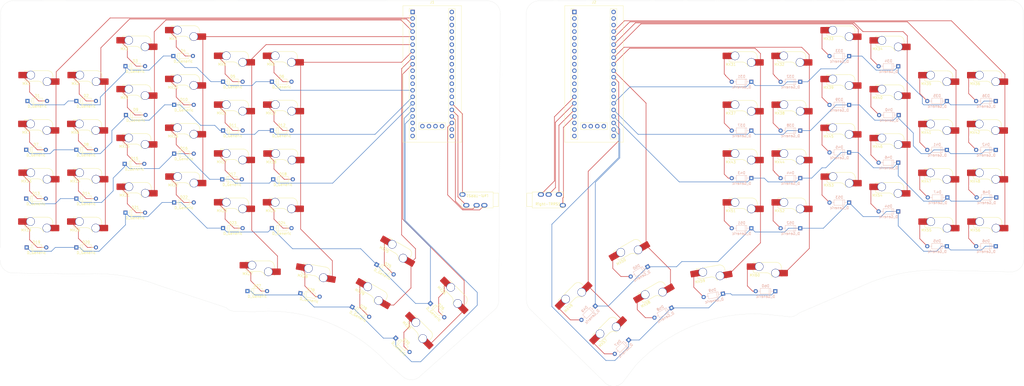
<source format=kicad_pcb>
(kicad_pcb (version 20240108) (generator "pcbnew") (generator_version "8.0")
  (layers (0 "F.Cu" signal) (31 "B.Cu" signal) (34 "B.Paste" user) (35 "F.Paste" user) (36 "B.SilkS" user "B.Silkscreen") (37 "F.SilkS" user "F.Silkscreen") (38 "B.Mask" user) (39 "F.Mask" user) (44 "Edge.Cuts" user))
  (net 0 "")
  (net 1 "Net-(D1-A)")
  (net 2 "Row1-L")
  (net 3 "Net-(D2-A)")
  (net 4 "Net-(D3-A)")
  (net 5 "Net-(D4-A)")
  (net 6 "Net-(D5-A)")
  (net 7 "Net-(D6-A)")
  (net 8 "Row2-L")
  (net 9 "Net-(D7-A)")
  (net 10 "Net-(D8-A)")
  (net 11 "Net-(D9-A)")
  (net 12 "Net-(D10-A)")
  (net 13 "Net-(D11-A)")
  (net 14 "Net-(D12-A)")
  (net 15 "Row3-L")
  (net 16 "Net-(D13-A)")
  (net 17 "Net-(D14-A)")
  (net 18 "Net-(D15-A)")
  (net 19 "Net-(D16-A)")
  (net 20 "Net-(D17-A)")
  (net 21 "Net-(D18-A)")
  (net 22 "Net-(D19-A)")
  (net 23 "Row4-L")
  (net 24 "Net-(D20-A)")
  (net 25 "Net-(D21-A)")
  (net 26 "Net-(D22-A)")
  (net 27 "Net-(D23-A)")
  (net 28 "Net-(D24-A)")
  (net 29 "Net-(D25-A)")
  (net 30 "Net-(D26-A)")
  (net 31 "Row5-L")
  (net 32 "Net-(D27-A)")
  (net 33 "Net-(D28-A)")
  (net 34 "Net-(D29-A)")
  (net 35 "Net-(D30-A)")
  (net 36 "Net-(D31-A)")
  (net 37 "Row1-R")
  (net 38 "Net-(D32-A)")
  (net 39 "Net-(D33-A)")
  (net 40 "Net-(D34-A)")
  (net 41 "Net-(D35-A)")
  (net 42 "Net-(D36-A)")
  (net 43 "Net-(D37-A)")
  (net 44 "Row2-R")
  (net 45 "Net-(D38-A)")
  (net 46 "Net-(D39-A)")
  (net 47 "Net-(D40-A)")
  (net 48 "Net-(D41-A)")
  (net 49 "Net-(D42-A)")
  (net 50 "Row3-R")
  (net 51 "Net-(D43-A)")
  (net 52 "Net-(D44-A)")
  (net 53 "Net-(D45-A)")
  (net 54 "Net-(D46-A)")
  (net 55 "Net-(D47-A)")
  (net 56 "Net-(D48-A)")
  (net 57 "Row4-R")
  (net 58 "Net-(D49-A)")
  (net 59 "Net-(D50-A)")
  (net 60 "Net-(D51-A)")
  (net 61 "Net-(D52-A)")
  (net 62 "Net-(D53-A)")
  (net 63 "Net-(D54-A)")
  (net 64 "Net-(D55-A)")
  (net 65 "Net-(D56-A)")
  (net 66 "Row5-R")
  (net 67 "Net-(D57-A)")
  (net 68 "Net-(D58-A)")
  (net 69 "Net-(D59-A)")
  (net 70 "Net-(D60-A)")
  (net 71 "Col5-L")
  (net 72 "Col2-L")
  (net 73 "Col4-L")
  (net 74 "Col6-L")
  (net 75 "Col3-L")
  (net 76 "Col8-L")
  (net 77 "Col1-L")
  (net 78 "Col7-L")
  (net 79 "Col3-R")
  (net 80 "Col4-R")
  (net 81 "Col5-R")
  (net 82 "Col6-R")
  (net 83 "Col7-R")
  (net 84 "Col8-R")
  (net 85 "Col1-R")
  (net 86 "Col2-R")
  (net 87 "T-L")
  (net 88 "R1-L")
  (net 89 "S-L")
  (net 90 "R2-L")
  (net 91 "R2-R")
  (net 92 "R1-R")
  (net 93 "S-R")
  (net 94 "T-R")
  (footprint "PCM_marbastlib-mx:SW_MX_HS_CPG151101S11_1u" (layer "F.Cu") (at 333.3 68.54)
    (property "Reference" "MX53")
    (property "Value" "MX_SW_HS")
  )
  (footprint "PCM_4ms_Diode:D_DO-35_P7.62mm_Horizontal" (layer "F.Cu") (at 116.5 26.5)
    (property "Reference" "D6")
    (property "Value" "D_Generic")
  )
  (footprint "PCM_marbastlib-mx:SW_MX_HS_CPG151101S11_1u" (layer "F.Cu") (at 97.5 78.5)
    (property "Reference" "MX23")
    (property "Value" "MX_SW_HS")
  )
  (footprint "PCM_marbastlib-mx:SW_MX_HS_CPG151101S11_1u" (layer "F.Cu") (at 21.42 48)
    (property "Reference" "MX7")
    (property "Value" "MX_SW_HS")
  )
  (footprint "PCM_marbastlib-mx:SW_MX_HS_CPG151101S11_1u" (layer "F.Cu") (at 159.100592 95.46 -30)
    (property "Reference" "MX25")
    (property "Value" "MX_SW_HS")
  )
  (footprint "PCM_marbastlib-mx:SW_MX_HS_CPG151101S11_1u" (layer "F.Cu") (at 314.22 40.54)
    (property "Reference" "MX38")
    (property "Value" "MX_SW_HS")
  )
  (footprint "PCM_marbastlib-mx:SW_MX_HS_CPG151101S11_1u" (layer "F.Cu") (at 59.59 53.46)
    (property "Reference" "MX15")
    (property "Value" "MX_SW_HS")
  )
  (footprint "PCM_4ms_Diode:D_DO-35_P7.62mm_Horizontal" (layer "F.Cu") (at 21 72)
    (property "Reference" "D13")
    (property "Value" "D_Generic")
  )
  (footprint "PCM_marbastlib-mx:SW_MX_HS_CPG151101S11_1u" (layer "F.Cu") (at 352.23 72.5)
    (property "Reference" "MX54")
    (property "Value" "MX_SW_HS")
  )
  (footprint "PCM_marbastlib-mx:SW_MX_HS_CPG151101S11_1u" (layer "F.Cu") (at 252.999999 96.045517 30)
    (property "Reference" "MX50")
    (property "Value" "MX_SW_HS")
  )
  (footprint "PCM_marbastlib-mx:SW_MX_HS_CPG151101S11_1u" (layer "F.Cu") (at 59.59 34.46)
    (property "Reference" "MX9")
    (property "Value" "MX_SW_HS")
  )
  (footprint "PCM_4ms_Diode:D_DO-35_P7.62mm_Horizontal" (layer "F.Cu") (at 40.5 72)
    (property "Reference" "D14")
    (property "Value" "D_Generic")
  )
  (footprint "PCM_marbastlib-mx:SW_MX_HS_CPG151101S11_1u" (layer "F.Cu") (at 371.22 29.04)
    (property "Reference" "MX35")
    (property "Value" "MX_SW_HS")
  )
  (footprint "PCM_marbastlib-mx:SW_MX_HS_CPG151101S11_1u" (layer "F.Cu") (at 295.22 78.54)
    (property "Reference" "MX51")
    (property "Value" "MX_SW_HS")
  )
  (footprint "PCM_marbastlib-mx:SW_MX_HS_CPG151101S11_1u" (layer "F.Cu") (at 180.407899 111.907898 -45)
    (property "Reference" "MX26")
    (property "Value" "MX_SW_HS")
  )
  (footprint "PCM_marbastlib-xp-various:CON_MJ-4PP-9" (layer "F.Cu") (at 220 72.5)
    (property "Reference" "Right-TRRS1")
    (property "Value" "AudioJack4")
  )
  (footprint "PCM_marbastlib-mx:SW_MX_HS_CPG151101S11_1u" (layer "F.Cu") (at 97.5 40.5)
    (property "Reference" "MX11")
    (property "Value" "MX_SW_HS")
  )
  (footprint "PCM_4ms_Diode:D_DO-35_P7.62mm_Horizontal" (layer "F.Cu") (at 59.59 20.46)
    (property "Reference" "D3")
    (property "Value" "D_Generic")
  )
  (footprint "PCM_4ms_Diode:D_DO-35_P7.62mm_Horizontal" (layer "F.Cu") (at 147.200442 116.095 -30)
    (property "Reference" "D29")
    (property "Value" "D_Generic")
  )
  (footprint "PCM_marbastlib-mx:SW_MX_HS_CPG151101S11_1u" (layer "F.Cu") (at 116.69 59.54)
    (property "Reference" "MX18")
    (property "Value" "MX_SW_HS")
  )
  (footprint "PCM_marbastlib-mx:SW_MX_HS_CPG151101S11_1u" (layer "F.Cu") (at 59.59 15.46)
    (property "Reference" "MX3")
    (property "Value" "MX_SW_HS")
  )
  (footprint "PCM_4ms_Diode:D_DO-35_P7.62mm_Horizontal" (layer "F.Cu") (at 40.5 91)
    (property "Reference" "D20")
    (property "Value" "D_Generic")
  )
  (footprint "PCM_marbastlib-mx:SW_MX_HS_CPG151101S11_1u" (layer "F.Cu") (at 283.54525 105.216072 10)
    (property "Reference" "MX59")
    (property "Value" "MX_SW_HS")
  )
  (footprint "PCM_marbastlib-mx:SW_MX_HS_CPG151101S11_1u" (layer "F.Cu") (at 352.31 53.5)
    (property "Reference" "MX46")
    (property "Value" "MX_SW_HS")
  )
  (footprint "PCM_marbastlib-mx:SW_MX_HS_CPG151101S11_1u" (layer "F.Cu") (at 232.213642 112.916299 45)
    (property "Reference" "MX49")
    (property "Value" "MX_SW_HS")
  )
  (footprint "PCM_marbastlib-mx:SW_MX_HS_CPG151101S11_1u" (layer "F.Cu") (at 371.22 67.04)
    (property "Reference" "MX47")
    (property "Value" "MX_SW_HS")
  )
  (footprint "PCM_marbastlib-mx:SW_MX_HS_CPG151101S11_1u" (layer "F.Cu") (at 295.22 21.54)
    (property "Reference" "MX31")
    (property "Value" "MX_SW_HS")
  )
  (footprint "PCM_4ms_Diode:D_DO-35_P7.62mm_Horizontal" (layer "F.Cu") (at 97.19 64.5)
    (property "Reference" "D17")
    (property "Value" "D_Generic")
  )
  (footprint "PCM_marbastlib-mx:SW_MX_HS_CPG151101S11_1u" (layer "F.Cu") (at 371.22 48.04)
    (property "Reference" "MX41")
    (property "Value" "MX_SW_HS")
  )
  (footprint "PCM_marbastlib-mx:SW_MX_HS_CPG151101S11_1u" (layer "F.Cu") (at 390.22 67.04)
    (property "Reference" "MX48")
    (property "Value" "MX_SW_HS")
  )
  (footprint "PCM_marbastlib-mx:SW_MX_HS_CPG151101S11_1u" (layer "F.Cu") (at 40.58 29)
    (property "Reference" "MX2")
    (property "Value" "MX_SW_HS")
  )
  (footprint "PCM_marbastlib-mx:SW_MX_HS_CPG151101S11_1u" (layer "F.Cu") (at 333.22 49.54)
    (property "Reference" "MX45")
    (property "Value" "MX_SW_HS")
  )
  (footprint "PCM_4ms_Diode:D_DO-35_P7.62mm_Horizontal" (layer "F.Cu") (at 21.19 91)
    (property "Reference" "D19")
    (property "Value" "D_Generic")
  )
  (footprint "PCM_4ms_Diode:D_DO-35_P7.62mm_Horizontal" (layer "F.Cu") (at 97.5 26.5)
    (property "Reference" "D5")
    (property "Value" "D_Generic")
  )
  (footprint "PCM_marbastlib-mx:SW_MX_HS_CPG151101S11_1u" (layer "F.Cu") (at 21.5 29)
    (property "Reference" "MX1")
    (property "Value" "MX_SW_HS")
  )
  (footprint "PCM_4ms_Diode:D_DO-35_P7.62mm_Horizontal" (layer "F.Cu") (at 21 53)
    (property "Reference" "D7")
    (property "Value" "D_Generic")
  )
  (footprint "PCM_marbastlib-mx:SW_MX_HS_CPG151101S11_1u" (layer "F.Cu") (at 78.5 11.5)
    (property "Reference" "MX4")
    (property "Value" "MX_SW_HS")
  )
  (footprint "PCM_4ms_Diode:D_DO-35_P7.62mm_Horizontal" (layer "F.Cu") (at 116.5 83.5)
    (property "Reference" "D24")
    (property "Value" "D_Generic")
  )
  (footprint "PCM_marbastlib-mx:SW_MX_HS_CPG151101S11_1u" (layer "F.Cu") (at 21.5 67)
    (property "Reference" "MX13")
    (property "Value" "MX_SW_HS")
  )
  (footprint "PCM_marbastlib-mx:SW_MX_HS_CPG151101S11_1u" (layer "F.Cu") (at 390.14 48.04)
    (property "Reference" "MX42")
    (property "Value" "MX_SW_HS")
  )
  (footprint "PCM_marbastlib-mx:SW_MX_HS_CPG151101S11_1u" (layer "F.Cu") (at 390.22 29.04)
    (property "Reference" "MX36")
    (property "Value" "MX_SW_HS")
  )
  (footprint "PCM_4ms_Diode:D_DO-35_P7.62mm_Horizontal" (layer "F.Cu") (at 59.78 39.46)
    (property "Reference" "D9")
    (property "Value" "D_Generic")
  )
  (footprint "PCM_marbastlib-mx:SW_MX_HS_CPG151101S11_1u" (layer "F.Cu") (at 371.3 86.04)
    (property "Reference" "MX55")
    (property "Value" "MX_SW_HS")
  )
  (footprint "PCM_marbastlib-mx:SW_MX_HS_CPG151101S11_1u" (layer "F.Cu") (at 97.5 59.5)
    (property "Reference" "MX17")
    (property "Value" "MX_SW_HS")
  )
  (footprint "PCM_4ms_Diode:D_DO-35_P7.62mm_Horizontal" (layer "F.Cu") (at 21.5 34)
    (property "Reference" "D1")
    (property "Value" "D_Generic")
  )
  (footprint "PCM_marbastlib-mx:SW_MX_HS_CPG151101S11_1u" (layer "F.Cu") (at 390.3 86.04)
    (property "Reference" "MX56")
    (property "Value" "MX_SW_HS")
  )
  (footprint "PCM_marbastlib-xp-various:CON_MJ-4PP-9" (layer "F.Cu") (at 192.5 72.5 180)
    (property "Reference" "Left-TRRS1")
    (property "Value" "AudioJack4")
  )
  (footprint "PCM_marbastlib-mx:SW_MX_HS_CPG151101S11_1u" (layer "F.Cu") (at 116.5 78.5)
    (property "Reference" "MX24")
    (property "Value" "MX_SW_HS")
  )
  (footprint "Kicad-STM32-master:YAAJ_BluePill_SWD_2" (layer "F.Cu") (at 230.26 -0.63)
    (property "Reference" "J2")
    (property "Value" "Conn_02x25_Counter_Clockwise" (hide yes))
  )
  (footprint "PCM_marbastlib-mx:SW_MX_HS_CPG151101S11_1u" (layer "F.Cu") (at 97.5 21.5)
    (property "Reference" "MX5")
    (property "Value" "MX_SW_HS")
  )
  (footprint "PCM_4ms_Diode:D_DO-35_P7.62mm_Horizontal" (layer "F.Cu") (at 163.5 129 -45)
    (property "Reference" "D30")
    (property "Value" "D_Generic")
  )
  (footprint "PCM_marbastlib-mx:SW_MX_HS_CPG151101S11_1u" (layer "F.Cu") (at 333.22 11.54)
    (property "Reference" "MX33")
    (property "Value" "MX_SW_HS")
  )
  (footprint "PCM_4ms_Diode:D_DO-35_P7.62mm_Horizontal" (layer "F.Cu") (at 107 108)
    (property "Reference" "D27")
    (property "Value" "D_Generic")
  )
  (footprint "PCM_4ms_Diode:D_DO-35_P7.62mm_Horizontal" (layer "F.Cu") (at 116.5 45.5)
    (property "Reference" "D12")
    (property "Value" "D_Generic")
  )
  (footprint "PCM_4ms_Diode:D_DO-35_P7.62mm_Horizontal" (layer "F.Cu") (at 156.700442 99.595 -30)
    (property "Reference" "D25")
    (property "Value" "D_Generic")
  )
  (footprint "PCM_marbastlib-mx:SW_MX_HS_CPG151101S11_1u" (layer "F.Cu") (at 352.31 34.5)
    (property "Reference" "MX40")
    (property "Value" "MX_SW_HS")
  )
  (footprint "PCM_marbastlib-mx:SW_MX_HS_CPG151101S11_1u" (layer "F.Cu") (at 352.31 15.5)
    (property "Reference" "MX34")
    (property "Value" "MX_SW_HS")
  )
  (footprint "PCM_marbastlib-mx:SW_MX_HS_CPG151101S11_1u" (layer "F.Cu") (at 314.14 21.54)
    (property "Reference" "MX32")
    (property "Value" "MX_SW_HS")
  )
  (footprint "PCM_marbastlib-mx:SW_MX_HS_CPG151101S11_1u" (layer "F.Cu") (at 116.58 40.5)
    (property "Reference" "MX12")
    (property "Value" "MX_SW_HS")
  )
  (footprint "PCM_marbastlib-mx:SW_MX_HS_CPG151101S11_1u" (layer "F.Cu") (at 107.5 103)
    (property "Reference" "MX27")
    (property "Value" "MX_SW_HS")
  )
  (footprint "PCM_marbastlib-mx:SW_MX_HS_CPG151101S11_1u" (layer "F.Cu") (at 245.592101 126.407898 45)
    (property "Reference" "MX57")
    (property "Value" "MX_SW_HS")
  )
  (footprint "PCM_marbastlib-mx:SW_MX_HS_CPG151101S11_1u" (layer "F.Cu") (at 78.5 30.5)
    (property "Reference" "MX10")
    (property "Value" "MX_SW_HS")
  )
  (footprint "PCM_marbastlib-mx:SW_MX_HS_CPG151101S11_1u" (layer "F.Cu") (at 40.5 67)
    (property "Reference" "MX14")
    (property "Value" "MX_SW_HS")
  )
  (footprint "PCM_marbastlib-mx:SW_MX_HS_CPG151101S11_1u" (layer "F.Cu") (at 295.22 59.54)
    (property "Reference" "MX43")
    (property "Value" "MX_SW_HS")
  )
  (footprint "PCM_4ms_Diode:D_DO-35_P7.62mm_Horizontal" (layer "F.Cu") (at 59.59 77.46)
    (property "Reference" "D21")
    (property "Value" "D_Generic")
  )
  (footprint "PCM_4ms_Diode:D_DO-35_P7.62mm_Horizontal" (layer "F.Cu") (at 117 64.5)
    (property "Reference" "D18")
    (property "Value" "D_Generic")
  )
  (footprint "PCM_marbastlib-mx:SW_MX_HS_CPG151101S11_1u" (layer "F.Cu") (at 116.5 21.5)
    (property "Reference" "MX6")
    (property "Value" "MX_SW_HS")
  )
  (footprint "PCM_marbastlib-mx:SW_MX_HS_CPG151101S11_1u" (layer "F.Cu") (at 59.67 72.46)
    (property "Reference" "MX21")
    (property "Value" "MX_SW_HS")
  )
  (footprint "PCM_marbastlib-mx:SW_MX_HS_CPG151101S11_1u" (layer "F.Cu") (at 78.58 68.5)
    (property "Reference" "MX22")
    (property "Value" "MX_SW_HS")
  )
  (footprint "PCM_4ms_Diode:D_DO-35_P7.62mm_Horizontal" (layer "F.Cu") (at 97.5 45.5)
    (property "Reference" "D11")
    (property "Value" "D_Generic")
  )
  (footprint "PCM_marbastlib-mx:SW_MX_HS_CPG151101S11_1u" (layer "F.Cu") (at 21.42 86)
    (property "Reference" "MX19")
    (property "Value" "MX_SW_HS")
  )
  (footprint "PCM_marbastlib-mx:SW_MX_HS_CPG151101S11_1u" (layer "F.Cu") (at 304.61 103.54)
    (property "Reference" "MX60")
    (property "Value" "MX_SW_HS")
  )
  (footprint "PCM_marbastlib-mx:SW_MX_HS_CPG151101S11_1u" (layer "F.Cu") (at 40.42 48)
    (property "Reference" "MX8")
    (property "Value" "MX_SW_HS")
  )
  (footprint "PCM_4ms_Diode:D_DO-35_P7.62mm_Horizontal" (layer "F.Cu") (at 78.5 73.5)
    (property "Reference" "D22")
    (property "Value" "D_Generic")
  )
  (footprint "PCM_marbastlib-mx:SW_MX_HS_CPG151101S11_1u" (layer "F.Cu") (at 40.42 86)
    (property "Reference" "MX20")
    (property "Value" "MX_SW_HS")
  )
  (footprint "PCM_4ms_Diode:D_DO-35_P7.62mm_Horizontal" (layer "F.Cu") (at 40.5 53)
    (property "Reference" "D8")
    (property "Value" "D_Generic")
  )
  (footprint "PCM_4ms_Diode:D_DO-35_P7.62mm_Horizontal" (layer "F.Cu") (at 177 115.5 -45)
    (property "Reference" "D26")
    (property "Value" "D_Generic")
  )
  (footprint "PCM_4ms_Diode:D_DO-35_P7.62mm_Horizontal" (layer "F.Cu") (at 127.5 109.5 -10)
    (property "Reference" "D28")
    (property "Value" "D_Generic")
  )
  (footprint "PCM_marbastlib-mx:SW_MX_HS_CPG151101S11_1u" (layer "F.Cu") (at 149.600592 111.96 -30)
    (property "Reference" "MX29")
    (property "Value" "MX_SW_HS")
  )
  (footprint "PCM_4ms_Diode:D_DO-35_P7.62mm_Horizontal" (layer "F.Cu") (at 78.5 54.5)
    (property "Reference" "D16")
    (property "Value" "D_Generic")
  )
  (footprint "PCM_marbastlib-mx:SW_MX_HS_CPG151101S11_1u" (layer "F.Cu") (at 262.5 112.5 30)
    (property "Reference" "MX58")
    (property "Value" "MX_SW_HS")
  )
  (footprint "PCM_4ms_Diode:D_DO-35_P7.62mm_Horizontal" (layer "F.Cu") (at 97.5 83.5)
    (property "Reference" "D23")
    (property "Value" "D_Generic")
  )
  (footprint "PCM_marbastlib-mx:SW_MX_HS_CPG151101S11_1u" (layer "F.Cu") (at 314.22 78.54)
    (property "Reference" "MX52")
    (property "Value" "MX_SW_HS")
  )
  (footprint "PCM_marbastlib-mx:SW_MX_HS_CPG151101S11_1u" (layer "F.Cu") (at 314.22 59.54)
    (property "Reference" "MX44")
    (property "Value" "MX_SW_HS")
  )
  (footprint "PCM_4ms_Diode:D_DO-35_P7.62mm_Horizontal" (layer "F.Cu") (at 59.28 58.46)
    (property "Reference" "D15")
    (property "Value" "D_Generic")
  )
  (footprint "PCM_marbastlib-mx:SW_MX_HS_CPG151101S11_1u" (layer "F.Cu") (at 78.5 49.5)
    (property "Reference" "MX16")
    (property "Value" "MX_SW_HS")
  )
  (footprint "PCM_4ms_Diode:D_DO-35_P7.62mm_Horizontal" (layer "F.Cu") (at 78.19 16.5)
    (property "Reference" "D4")
    (property "Value" "D_Generic")
  )
  (footprint "PCM_marbastlib-mx:SW_MX_HS_CPG151101S11_1u" (layer "F.Cu") (at 333.22 30.54)
    (property "Reference" "MX39")
    (property "Value" "MX_SW_HS")
  )
  (footprint "PCM_marbastlib-mx:SW_MX_HS_CPG151101S11_1u" (layer "F.Cu") (at 166.838709 125.586232 -45)
    (property "Reference" "MX30")
    (property "Value" "MX_SW_HS")
  )
  (footprint "Kicad-STM32-master:YAAJ_BluePill_SWD_2" (layer "F.Cu") (at 167.38 -0.63)
    (property "Reference" "J1")
    (property "Value" "Conn_02x25_Counter_Clockwise" (hide yes))
  )
  (footprint "PCM_4ms_Diode:D_DO-35_P7.62mm_Horizontal" (layer "F.Cu") (at 40.5 34)
    (property "Reference" "D2")
    (property "Value" "D_Generic")
  )
  (footprint "PCM_marbastlib-mx:SW_MX_HS_CPG151101S11_1u" (layer "F.Cu") (at 128.497177 104.617867 -10)
    (property "Reference" "MX28")
    (property "Value" "MX_SW_HS")
  )
  (footprint "PCM_4ms_Diode:D_DO-35_P7.62mm_Horizontal" (layer "F.Cu") (at 78.5 35.5)
    (property "Reference" "D10")
    (property "Value" "D_Generic")
  )
  (footprint "PCM_marbastlib-mx:SW_MX_HS_CPG151101S11_1u" (layer "F.Cu") (at 295.22 40.54)
    (property "Reference" "MX37")
    (property "Value" "MX_SW_HS")
  )
  (footprint "PCM_4ms_Diode:D_DO-35_P7.62mm_Horizontal" (layer "B.Cu") (at 314.22 64.04 180)
    (property "Reference" "D44")
    (property "Value" "D_Generic")
  )
  (footprint "PCM_4ms_Diode:D_DO-35_P7.62mm_Horizontal" (layer "B.Cu") (at 314.22 45.54 180)
    (property "Reference" "D38")
    (property "Value" "D_Generic")
  )
  (footprint "PCM_4ms_Diode:D_DO-35_P7.62mm_Horizontal" (layer "B.Cu") (at 371.22 90.54 180)
    (property "Reference" "D55")
    (property "Value" "D_Generic")
  )
  (footprint "PCM_4ms_Diode:D_DO-35_P7.62mm_Horizontal" (layer "B.Cu") (at 352.5 39.5 180)
    (property "Reference" "D40")
    (property "Value" "D_Generic")
  )
  (footprint "PCM_4ms_Diode:D_DO-35_P7.62mm_Horizontal" (layer "B.Cu") (at 248.639733 129.724228 -135)
    (property "Reference" "D57")
    (property "Value" "D_Generic")
  )
  (footprint "PCM_4ms_Diode:D_DO-35_P7.62mm_Horizontal" (layer "B.Cu") (at 255.430718 100.415644 -150)
    (property "Reference" "D50")
    (property "Value" "D_Generic")
  )
  (footprint "PCM_4ms_Diode:D_DO-35_P7.62mm_Horizontal" (layer "B.Cu") (at 333.22 16.54 180)
    (property "Reference" "D33")
    (property "Value" "D_Generic")
  )
  (footprint "PCM_4ms_Diode:D_DO-35_P7.62mm_Horizontal" (layer "B.Cu") (at 352.31 20.5 180)
    (property "Reference" "D34")
    (property "Value" "D_Generic")
  )
  (footprint "PCM_4ms_Diode:D_DO-35_P7.62mm_Horizontal" (layer "B.Cu") (at 314.22 83.54 180)
    (property "Reference" "D52")
    (property "Value" "D_Generic")
  )
  (footprint "PCM_4ms_Diode:D_DO-35_P7.62mm_Horizontal" (layer "B.Cu") (at 390.22 53.04 180)
    (property "Reference" "D42")
    (property "Value" "D_Generic")
  )
  (footprint "PCM_4ms_Diode:D_DO-35_P7.62mm_Horizontal" (layer "B.Cu") (at 390.22 90.54 180)
    (property "Reference" "D56")
    (property "Value" "D_Generic")
  )
  (footprint "PCM_4ms_Diode:D_DO-35_P7.62mm_Horizontal" (layer "B.Cu") (at 284.247882 109.661599 -170)
    (property "Reference" "D59")
    (property "Value" "D_Generic")
  )
  (footprint "PCM_4ms_Diode:D_DO-35_P7.62mm_Horizontal" (layer "B.Cu") (at 352.31 77 180)
    (property "Reference" "D54")
    (property "Value" "D_Generic")
  )
  (footprint "PCM_4ms_Diode:D_DO-35_P7.62mm_Horizontal" (layer "B.Cu") (at 333.22 35.54 180)
    (property "Reference" "D39")
    (property "Value" "D_Generic")
  )
  (footprint "PCM_4ms_Diode:D_DO-35_P7.62mm_Horizontal" (layer "B.Cu") (at 314.22 26.54 180)
    (property "Reference" "D32")
    (property "Value" "D_Generic")
  )
  (footprint "PCM_4ms_Diode:D_DO-35_P7.62mm_Horizontal" (layer "B.Cu") (at 390.41 71.54 180)
    (property "Reference" "D48")
    (property "Value" "D_Generic")
  )
  (footprint "PCM_4ms_Diode:D_DO-35_P7.62mm_Horizontal" (layer "B.Cu") (at 371.41 71.54 180)
    (property "Reference" "D47")
    (property "Value" "D_Generic")
  )
  (footprint "PCM_4ms_Diode:D_DO-35_P7.62mm_Horizontal" (layer "B.Cu") (at 371.22 53.04 180)
    (property "Reference" "D41")
    (property "Value" "D_Generic")
  )
  (footprint "PCM_4ms_Diode:D_DO-35_P7.62mm_Horizontal" (layer "B.Cu") (at 264.680719 116.437115 -150)
    (property "Reference" "D58")
    (property "Value" "D_Generic")
  )
  (footprint "PCM_4ms_Diode:D_DO-35_P7.62mm_Horizontal" (layer "B.Cu") (at 352.31 58 180)
    (property "Reference" "D46")
    (property "Value" "D_Generic")
  )
  (footprint "PCM_4ms_Diode:D_DO-35_P7.62mm_Horizontal" (layer "B.Cu") (at 295.22 26.54 180)
    (property "Reference" "D31")
    (property "Value" "D_Generic")
  )
  (footprint "PCM_4ms_Diode:D_DO-35_P7.62mm_Horizontal" (layer "B.Cu") (at 371.22 34.04 180)
    (property "Reference" "D35")
    (property "Value" "D_Generic")
  )
  (footprint "PCM_4ms_Diode:D_DO-35_P7.62mm_Horizontal" (layer "B.Cu") (at 295.22 83.54 180)
    (property "Reference" "D51")
    (property "Value" "D_Generic")
  )
  (footprint "PCM_4ms_Diode:D_DO-35_P7.62mm_Horizontal" (layer "B.Cu") (at 333.22 73.54 180)
    (property "Reference" "D53")
    (property "Value" "D_Generic")
  )
  (footprint "PCM_4ms_Diode:D_DO-35_P7.62mm_Horizontal" (layer "B.Cu") (at 295.22 64.04 180)
    (property "Reference" "D43")
    (property "Value" "D_Generic")
  )
  (footprint "PCM_4ms_Diode:D_DO-35_P7.62mm_Horizontal" (layer "B.Cu") (at 333.22 54.04 180)
    (property "Reference" "D45")
    (property "Value" "D_Generic")
  )
  (footprint "PCM_4ms_Diode:D_DO-35_P7.62mm_Horizontal" (layer "B.Cu") (at 304.53 108.04 180)
    (property "Reference" "D60")
    (property "Value" "D_Generic")
  )
  (footprint "PCM_4ms_Diode:D_DO-35_P7.62mm_Horizontal" (layer "B.Cu") (at 295.22 45.54 180)
    (property "Reference" "D37")
    (property "Value" "D_Generic")
  )
  (footprint "PCM_4ms_Diode:D_DO-35_P7.62mm_Horizontal" (layer "B.Cu") (at 390.22 34.04 180)
    (property "Reference" "D36")
    (property "Value" "D_Generic")
  )
  (footprint "PCM_4ms_Diode:D_DO-35_P7.62mm_Horizontal" (layer "B.Cu") (at 235.692607 116.508401 -135)
    (property "Reference" "D49")
    (property "Value" "D_Generic")
  )
  (gr_arc (start 39.501888 101.345694) (mid 54.5 102) (end 69.00377 105.87455) (stroke (width 0.05)) (layer "Edge.Cuts"))
  (gr_line (start 211.535534 0.035534) (end 211.623223 111.605814) (stroke (width 0.05)) (layer "Edge.Cuts"))
  (gr_arc (start 249.035534 143.535534) (mid 245.854445 144.987421) (end 242.5 144) (stroke (width 0.05)) (layer "Edge.Cuts"))
  (gr_line (start 399.774248 -5.153178) (end 216.535534 -4.964466) (stroke (width 0.05)) (layer "Edge.Cuts"))
  (gr_arc (start 7.225753 0.524937) (mid 8.5 -3.346822) (end 12.225752 -5) (stroke (width 0.05)) (layer "Edge.Cuts"))
  (gr_arc (start 405 95.5) (mid 403.535534 99.035534) (end 400 100.5) (stroke (width 0.05)) (layer "Edge.Cuts"))
  (gr_line (start 242.5 144) (end 213.07297 115.105814) (stroke (width 0.05)) (layer "Edge.Cuts"))
  (gr_line (start 305.446795 117.109437) (end 314 118) (stroke (width 0.05)) (layer "Edge.Cuts"))
  (gr_arc (start 200.876777 111.605814) (mid 200.5 113.5) (end 199.42703 115.105814) (stroke (width 0.05)) (layer "Edge.Cuts"))
  (gr_arc (start 12.035534 100.964466) (mid 8.5 99.5) (end 7.035534 95.964466) (stroke (width 0.05)) (layer "Edge.Cuts"))
  (gr_line (start 7.225753 0.524937) (end 7.035534 91.117644) (stroke (width 0.05)) (layer "Edge.Cuts"))
  (gr_line (start 199.42703 115.105814) (end 169.854445 141.512579) (stroke (width 0.05)) (layer "Edge.Cuts"))
  (gr_arc (start 169.854445 141.512579) (mid 166.5 142.5) (end 163.318911 141.048113) (stroke (width 0.05)) (layer "Edge.Cuts"))
  (gr_line (start 94.877883 114.416136) (end 69.00377 105.87455) (stroke (width 0.05)) (layer "Edge.Cuts"))
  (gr_arc (start 399.774248 -5.153178) (mid 403.5 -3.5) (end 404.774247 0.371759) (stroke (width 0.05)) (layer "Edge.Cuts"))
  (gr_arc (start 345.5 104.5) (mid 360.00377 100.62545) (end 375.001882 99.971144) (stroke (width 0.05)) (layer "Edge.Cuts"))
  (gr_line (start 39.501888 101.345694) (end 12.035534 100.964466) (stroke (width 0.05)) (layer "Edge.Cuts"))
  (gr_line (start 375.001882 99.971144) (end 400 100.5) (stroke (width 0.05)) (layer "Edge.Cuts"))
  (gr_line (start 163.318911 141.048113) (end 157.41573 135.914046) (stroke (width 0.05)) (layer "Edge.Cuts"))
  (gr_arc (start 105.968935 116.023483) (mid 134 120) (end 157.41573 135.914046) (stroke (width 0.05)) (layer "Edge.Cuts"))
  (gr_arc (start 196.464466 -4.964466) (mid 200 -3.5) (end 201.464466 0.035534) (stroke (width 0.05)) (layer "Edge.Cuts"))
  (gr_arc (start 213.07297 115.105814) (mid 212 113.5) (end 211.623223 111.605814) (stroke (width 0.05)) (layer "Edge.Cuts"))
  (gr_arc (start 211.535534 0.035534) (mid 213 -3.5) (end 216.535534 -4.964466) (stroke (width 0.05)) (layer "Edge.Cuts"))
  (gr_line (start 405 95.5) (end 404.774247 0.371759) (stroke (width 0.05)) (layer "Edge.Cuts"))
  (gr_arc (start 254 137) (mid 277.41573 121.085954) (end 305.446795 117.109437) (stroke (width 0.05)) (layer "Edge.Cuts"))
  (gr_line (start 249.035534 143.535534) (end 254 137) (stroke (width 0.05)) (layer "Edge.Cuts"))
  (gr_arc (start 317.535534 116.535534) (mid 315.913417 117.619398) (end 314 118) (stroke (width 0.05)) (layer "Edge.Cuts"))
  (gr_line (start 105.968935 116.023483) (end 98.413417 115.880602) (stroke (width 0.05)) (layer "Edge.Cuts"))
  (gr_arc (start 98.413417 115.880602) (mid 96.5 115.5) (end 94.877883 114.416136) (stroke (width 0.05)) (layer "Edge.Cuts"))
  (gr_line (start 201.464466 0.035534) (end 200.876777 111.605814) (stroke (width 0.05)) (layer "Edge.Cuts"))
  (gr_line (start 345.5 104.5) (end 317.535534 116.535534) (stroke (width 0.05)) (layer "Edge.Cuts"))
  (gr_line (start 12.225752 -5) (end 196.464466 -4.964466) (stroke (width 0.05)) (layer "Edge.Cuts"))
  (segment (start 18.5 30.5) (end 22 34) (width 0.2) (layer "F.Cu") (net 1))
  (segment (start 18.5 27.01) (end 18.5 30.5) (width 0.2) (layer "F.Cu") (net 1))
  (segment (start 22 34) (end 25.31 34) (width 0.2) (layer "F.Cu") (net 1))
  (segment (start 15.41 23.92) (end 18.5 27.01) (width 0.2) (layer "F.Cu") (net 1))
  (segment (start 57.32 22) (end 65 22) (width 0.2) (layer "B.Cu") (net 2))
  (segment (start 19.19 35.5) (end 32 35.5) (width 0.2) (layer "B.Cu") (net 2))
  (segment (start 105 28) (end 106.5 26.5) (width 0.2) (layer "B.Cu") (net 2))
  (segment (start 55.78 20.46) (end 57.32 22) (width 0.2) (layer "B.Cu") (net 2))
  (segment (start 74.38 16.5) (end 78.88 21) (width 0.2) (layer "B.Cu") (net 2))
  (segment (start 17.69 34) (end 19.19 35.5) (width 0.2) (layer "B.Cu") (net 2))
  (segment (start 89 26.5) (end 93.69 26.5) (width 0.2) (layer "B.Cu") (net 2))
  (segment (start 46 35.5) (end 46 32.5) (width 0.2) (layer "B.Cu") (net 2))
  (segment (start 46 32.5) (end 55.78 22.72) (width 0.2) (layer "B.Cu") (net 2))
  (segment (start 55.78 22.72) (end 55.78 20.46) (width 0.2) (layer "B.Cu") (net 2))
  (segment (start 33.5 34) (end 36.69 34) (width 0.2) (layer "B.Cu") (net 2))
  (segment (start 112.69 26.5) (end 116.04 29.85) (width 0.2) (layer "B.Cu") (net 2))
  (segment (start 70.5 16.5) (end 74.38 16.5) (width 0.2) (layer "B.Cu") (net 2))
  (segment (start 36.69 34) (end 38.19 35.5) (width 0.2) (layer "B.Cu") (net 2))
  (segment (start 106.5 26.5) (end 112.69 26.5) (width 0.2) (layer "B.Cu") (net 2))
  (segment (start 65 22) (end 70.5 16.5) (width 0.2) (layer "B.Cu") (net 2))
  (segment (start 83.5 21) (end 89 26.5) (width 0.2) (layer "B.Cu") (net 2))
  (segment (start 32 35.5) (end 33.5 34) (width 0.2) (layer "B.Cu") (net 2))
  (segment (start 116.04 29.85) (end 167.38 29.85) (width 0.2) (layer "B.Cu") (net 2))
  (segment (start 38.19 35.5) (end 46 35.5) (width 0.2) (layer "B.Cu") (net 2))
  (segment (start 95.19 28) (end 105 28) (width 0.2) (layer "B.Cu") (net 2))
  (segment (start 93.69 26.5) (end 95.19 28) (width 0.2) (layer "B.Cu") (net 2))
  (segment (start 78.88 21) (end 83.5 21) (width 0.2) (layer "B.Cu") (net 2))
  (segment (start 34.49 23.92) (end 37.79 27.22) (width 0.2) (layer "F.Cu") (net 3))
  (segment (start 37.79 31.29) (end 40.5 34) (width 0.2) (layer "F.Cu") (net 3))
  (segment (start 40.5 34) (end 44.31 34) (width 0.2) (layer "F.Cu") (net 3))
  (segment (start 37.79 27.22) (end 37.79 31.29) (width 0.2) (layer "F.Cu") (net 3))
  (segment (start 56.5 13.38) (end 56.5 17) (width 0.2) (layer "F.Cu") (net 4))
  (segment (start 56.5 17) (end 59.96 20.46) (width 0.2) (layer "F.Cu") (net 4))
  (segment (start 53.5 10.38) (end 56.5 13.38) (width 0.2) (layer "F.Cu") (net 4))
  (segment (start 59.96 20.46) (end 63.4 20.46) (width 0.2) (layer "F.Cu") (net 4))
  (segment (start 72.41 6.42) (end 75.5 9.51) (width 0.2) (layer "F.Cu") (net 5))
  (segment (start 75.5 9.51) (end 75.5 13) (width 0.2) (layer "F.Cu") (net 5))
  (segment (start 75.5 13) (end 79 16.5) (width 0.2) (layer "F.Cu") (net 5))
  (segment (start 79 16.5) (end 82 16.5) (width 0.2) (layer "F.Cu") (net 5))
  (segment (start 94.5 23.5) (end 97.5 26.5) (width 0.2) (layer "F.Cu") (net 6))
  (segment (start 91.41 16.42) (end 94.5 19.51) (width 0.2) (layer "F.Cu") (net 6))
  (segment (start 94.5 19.51) (end 94.5 23.5) (width 0.2) (layer "F.Cu") (net 6))
  (segment (start 97.5 26.5) (end 101.31 26.5) (width 0.2) (layer "F.Cu") (net 6))
  (segment (start 113.5 19.51) (end 113.5 23) (width 0.2) (layer "F.Cu") (net 7))
  (segment (start 113.5 23) (end 117 26.5) (width 0.2) (layer "F.Cu") (net 7))
  (segment (start 110.41 16.42) (end 113.5 19.51) (width 0.2) (layer "F.Cu") (net 7))
  (segment (start 117 26.5) (end 120.31 26.5) (width 0.2) (layer "F.Cu") (net 7))
  (segment (start 50.5 50) (end 50.5 45.5) (width 0.2) (layer "B.Cu") (net 8))
  (segment (start 65 41.5) (end 71 35.5) (width 0.2) (layer "B.Cu") (net 8))
  (segment (start 114.19 47) (end 152.77 47) (width 0.2) (layer "B.Cu") (net 8))
  (segment (start 18.69 54.5) (end 26.5 54.5) (width 0.2) (layer "B.Cu") (net 8))
  (segment (start 36.69 53) (end 38.19 54.5) (width 0.2) (layer "B.Cu") (net 8))
  (segment (start 55.97 40.03) (end 55.97 39.46) (width 0.2) (layer "B.Cu") (net 8))
  (segment (start 55.97 39.46) (end 58.01 41.5) (width 0.2) (layer "B.Cu") (net 8))
  (segment (start 38.19 54.5) (end 46 54.5) (width 0.2) (layer "B.Cu") (net 8))
  (segment (start 58.01 41.5) (end 65 41.5) (width 0.2) (layer "B.Cu") (net 8))
  (segment (start 152.77 47) (end 167.38 32.39) (width 0.2) (layer "B.Cu") (net 8))
  (segment (start 74.69 35.5) (end 77 35.5) (width 0.2) (layer "B.Cu") (net 8))
  (segment (start 17.19 53) (end 18.69 54.5) (width 0.2) (layer "B.Cu") (net 8))
  (segment (start 93.69 45.5) (end 95.19 47) (width 0.2) (layer "B.Cu") (net 8))
  (segment (start 28 53) (end 36.69 53) (width 0.2) (layer "B.Cu") (net 8))
  (segment (start 77 35.5) (end 85 43.5) (width 0.2) (layer "B.Cu") (net 8))
  (segment (start 50.5 45.5) (end 55.97 40.03) (width 0.2) (layer "B.Cu") (net 8))
  (segment (start 107.5 45.5) (end 112.69 45.5) (width 0.2) (layer "B.Cu") (net 8))
  (segment (start 112.69 45.5) (end 114.19 47) (width 0.2) (layer "B.Cu") (net 8))
  (segment (start 106 47) (end 107.5 45.5) (width 0.2) (layer "B.Cu") (net 8))
  (segment (start 85 43.5) (end 90.5 43.5) (width 0.2) (layer "B.Cu") (net 8))
  (segment (start 90.5 43.5) (end 92.5 45.5) (width 0.2) (layer "B.Cu") (net 8))
  (segment (start 26.5 54.5) (end 28 53) (width 0.2) (layer "B.Cu") (net 8))
  (segment (start 46 54.5) (end 50.5 50) (width 0.2) (layer "B.Cu") (net 8))
  (segment (start 95.19 47) (end 106 47) (width 0.2) (layer "B.Cu") (net 8))
  (segment (start 92.5 45.5) (end 93.69 45.5) (width 0.2) (layer "B.Cu") (net 8))
  (segment (start 71 35.5) (end 74.69 35.5) (width 0.2) (layer "B.Cu") (net 8))
  (segment (start 18.5 50) (end 21.5 53) (width 0.2) (layer "F.Cu") (net 9))
  (segment (start 18.5 46.09) (end 18.5 50) (width 0.2) (layer "F.Cu") (net 9))
  (segment (start 15.33 42.92) (end 18.5 46.09) (width 0.2) (layer "F.Cu") (net 9))
  (segment (start 21.5 53) (end 24.81 53) (width 0.2) (layer "F.Cu") (net 9))
  (segment (start 37.5 46.09) (end 37.5 49.5) (width 0.2) (layer "F.Cu") (net 10))
  (segment (start 34.33 42.92) (end 37.5 46.09) (width 0.2) (layer "F.Cu") (net 10))
  (segment (start 41 53) (end 44.31 53) (width 0.2) (layer "F.Cu") (net 10))
  (segment (start 37.5 49.5) (end 41 53) (width 0.2) (layer "F.Cu") (net 10))
  (segment (start 59.46 39.46) (end 63.59 39.46) (width 0.2) (layer "F.Cu") (net 11))
  (segment (start 53.5 29.38) (end 56.5 32.38) (width 0.2) (layer "F.Cu") (net 11))
  (segment (start 56.5 32.38) (end 56.5 36.5) (width 0.2) (layer "F.Cu") (net 11))
  (segment (start 56.5 36.5) (end 59.46 39.46) (width 0.2) (layer "F.Cu") (net 11))
  (segment (start 78.5 35.5) (end 82.31 35.5) (width 0.2) (layer "F.Cu") (net 12))
  (segment (start 75.5 32.5) (end 78.5 35.5) (width 0.2) (layer "F.Cu") (net 12))
  (segment (start 72.41 25.42) (end 75.5 28.51) (width 0.2) (layer "F.Cu") (net 12))
  (segment (start 75.5 28.51) (end 75.5 32.5) (width 0.2) (layer "F.Cu") (net 12))
  (segment (start 94.5 38.51) (end 94.5 42.5) (width 0.2) (layer "F.Cu") (net 13))
  (segment (start 94.5 42.5) (end 97.5 45.5) (width 0.2) (layer "F.Cu") (net 13))
  (segment (start 97.5 45.5) (end 101.31 45.5) (width 0.2) (layer "F.Cu") (net 13))
  (segment (start 91.41 35.42) (end 94.5 38.51) (width 0.2) (layer "F.Cu") (net 13))
  (segment (start 113.5 38.43) (end 113.5 42) (width 0.2) (layer "F.Cu") (net 14))
  (segment (start 113.5 42) (end 117 45.5) (width 0.2) (layer "F.Cu") (net 14))
  (segment (start 110.49 35.42) (end 113.5 38.43) (width 0.2) (layer "F.Cu") (net 14))
  (segment (start 117 45.5) (end 120.31 45.5) (width 0.2) (layer "F.Cu") (net 14))
  (segment (start 97 64.5) (end 93.38 64.5) (width 0.2) (layer "B.Cu") (net 15))
  (segment (start 113.19 64.5) (end 111.69 66) (width 0.2) (layer "B.Cu") (net 15))
  (segment (start 113.19 64.5) (end 114.69 66) (width 0.2) (layer "B.Cu") (net 15))
  (segment (start 38.19 73.5) (end 46.5 73.5) (width 0.2) (layer "B.Cu") (net 15))
  (segment (start 98.5 66) (end 97 64.5) (width 0.2) (layer "B.Cu") (net 15))
  (segment (start 74.69 54.5) (end 78.5 54.5) (width 0.2) (layer "B.Cu") (net 15))
  (segment (start 19.19 74) (end 28.5 74) (width 0.2) (layer "B.Cu") (net 15))
  (segment (start 88.5 64.5) (end 93.38 64.5) (width 0.2) (layer "B.Cu") (net 15))
  (segment (start 30.5 72) (end 36.69 72) (width 0.2) (layer "B.Cu") (net 15))
  (segment (start 55.47 59.53) (end 55.47 58.46) (width 0.2) (layer "B.Cu") (net 15))
  (segment (start 36.69 72) (end 38.19 73.5) (width 0.2) (layer "B.Cu") (net 15))
  (segment (start 17.19 72) (end 19.19 74) (width 0.2) (layer "B.Cu") (net 15))
  (segment (start 68.875635 60.314365) (end 74.69 54.5) (width 0.2) (layer "B.Cu") (net 15))
  (segment (start 114.69 66) (end 136.31 66) (width 0.2) (layer "B.Cu") (net 15))
  (segment (start 51 69) (end 51 64) (width 0.2) (layer "B.Cu") (net 15))
  (segment (start 78.5 54.5) (end 88.5 64.5) (width 0.2) (layer "B.Cu") (net 15))
  (segment (start 57.324365 60.314365) (end 68.875635 60.314365) (width 0.2) (layer "B.Cu") (net 15))
  (segment (start 51 64) (end 55.47 59.53) (width 0.2) (layer "B.Cu") (net 15))
  (segment (start 55.47 58.46) (end 57.324365 60.314365) (width 0.2) (layer "B.Cu") (net 15))
  (segment (start 136.31 66) (end 167.38 34.93) (width 0.2) (layer "B.Cu") (net 15))
  (segment (start 46.5 73.5) (end 51 69) (width 0.2) (layer "B.Cu") (net 15))
  (segment (start 28.5 74) (end 30.5 72) (width 0.2) (layer "B.Cu") (net 15))
  (segment (start 111.69 66) (end 98.5 66) (width 0.2) (layer "B.Cu") (net 15))
  (segment (start 15.41 62.41) (end 18.5 65.5) (width 0.2) (layer "F.Cu") (net 16))
  (segment (start 15.41 61.92) (end 15.41 62.41) (width 0.2) (layer "F.Cu") (net 16))
  (segment (start 18.5 69) (end 21.5 72) (width 0.2) (layer "F.Cu") (net 16))
  (segment (start 21.5 72) (end 24.81 72) (width 0.2) (layer "F.Cu") (net 16))
  (segment (start 18.5 65.5) (end 18.5 69) (width 0.2) (layer "F.Cu") (net 16))
  (segment (start 37.5 65.01) (end 37.5 69) (width 0.2) (layer "F.Cu") (net 17))
  (segment (start 37.5 69) (end 40.5 72) (width 0.2) (layer "F.Cu") (net 17))
  (segment (start 40.5 72) (end 44.31 72) (width 0.2) (layer "F.Cu") (net 17))
  (segment (start 34.41 61.92) (end 37.5 65.01) (width 0.2) (layer "F.Cu") (net 17))
  (segment (start 56.5 51.38) (end 56.5 55) (width 0.2) (layer "F.Cu") (net 18))
  (segment (start 56.5 55) (end 59.96 58.46) (width 0.2) (layer "F.Cu") (net 18))
  (segment (start 53.5 48.38) (end 56.5 51.38) (width 0.2) (layer "F.Cu") (net 18))
  (segment (start 59.96 58.46) (end 63.09 58.46) (width 0.2) (layer "F.Cu") (net 18))
  (segment (start 79 54.5) (end 82.31 54.5) (width 0.2) (layer "F.Cu") (net 19))
  (segment (start 72.41 44.42) (end 75.5 47.51) (width 0.2) (layer "F.Cu") (net 19))
  (segment (start 75.5 51) (end 79 54.5) (width 0.2) (layer "F.Cu") (net 19))
  (segment (start 75.5 47.51) (end 75.5 51) (width 0.2) (layer "F.Cu") (net 19))
  (segment (start 94.5 57.51) (end 94.5 61) (width 0.2) (layer "F.Cu") (net 20))
  (segment (start 94.5 61) (end 98 64.5) (width 0.2) (layer "F.Cu") (net 20))
  (segment (start 98 64.5) (end 101 64.5) (width 0.2) (layer "F.Cu") (net 20))
  (segment (start 91.41 54.42) (end 94.5 57.51) (width 0.2) (layer "F.Cu") (net 20))
  (segment (start 113.5 60.5) (end 117.5 64.5) (width 0.2) (layer "F.Cu") (net 21))
  (segment (start 113.5 57.36) (end 113.5 60.5) (width 0.2) (layer "F.Cu") (net 21))
  (segment (start 117.5 64.5) (end 120.81 64.5) (width 0.2) (layer "F.Cu") (net 21))
  (segment (start 110.6 54.46) (end 113.5 57.36) (width 0.2) (layer "F.Cu") (net 21))
  (segment (start 21.5 91) (end 25 91) (width 0.2) (layer "F.Cu") (net 22))
  (segment (start 18.5 88) (end 21.5 91) (width 0.2) (layer "F.Cu") (net 22))
  (segment (start 15.33 80.92) (end 18.5 84.09) (width 0.2) (layer "F.Cu") (net 22))
  (segment (start 18.5 84.09) (end 18.5 88) (width 0.2) (layer "F.Cu") (net 22))
  (segment (start 174.305923 112.805923) (end 174.305923 90.871609) (width 0.2) (layer "B.Cu") (net 23))
  (segment (start 168.516807 112.805923) (end 174.305923 112.805923) (width 0.2) (layer "B.Cu") (net 23))
  (segment (start 38 91) (end 39.5 92.5) (width 0.2) (layer "B.Cu") (net 23))
  (segment (start 111.19 85) (end 112.69 83.5) (width 0.2) (layer "B.Cu") (net 23))
  (segment (start 147.210884 91.5) (end 153.400884 97.69) (width 0.2) (layer "B.Cu") (net 23))
  (segment (start 164.1 80.665686) (end 164.1 40.75) (width 0.2) (layer "B.Cu") (net 23))
  (segment (start 36.69 91) (end 38 91) (width 0.2) (layer "B.Cu") (net 23))
  (segment (start 17.38 91) (end 18.88 92.5) (width 0.2) (layer "B.Cu") (net 23))
  (segment (start 153.400884 97.69) (end 168.516807 112.805923) (width 0.2) (layer "B.Cu") (net 23))
  (segment (start 57.32 79) (end 64.5 79) (width 0.2) (layer "B.Cu") (net 23))
  (segment (start 28.5 91) (end 36.69 91) (width 0.2) (layer "B.Cu") (net 23))
  (segment (start 87.5 83.5) (end 93.69 83.5) (width 0.2) (layer "B.Cu") (net 23))
  (segment (start 120.69 91.5) (end 147.210884 91.5) (width 0.2) (layer "B.Cu") (net 23))
  (segment (start 77.5 73.5) (end 87.5 83.5) (width 0.2) (layer "B.Cu") (net 23))
  (segment (start 74.69 73.5) (end 77.5 73.5) (width 0.2) (layer "B.Cu") (net 23))
  (segment (start 39.5 92.5) (end 45.5 92.5) (width 0.2) (layer "B.Cu") (net 23))
  (segment (start 45.5 92.5) (end 55.78 82.22) (width 0.2) (layer "B.Cu") (net 23))
  (segment (start 112.69 83.5) (end 120.69 91.5) (width 0.2) (layer "B.Cu") (net 23))
  (segment (start 55.78 77.46) (end 57.32 79) (width 0.2) (layer "B.Cu") (net 23))
  (segment (start 55.78 82.22) (end 55.78 77.46) (width 0.2) (layer "B.Cu") (net 23))
  (segment (start 164.1 40.75) (end 167.38 37.47) (width 0.2) (layer "B.Cu") (net 23))
  (segment (start 70 73.5) (end 74.69 73.5) (width 0.2) (layer "B.Cu") (net 23))
  (segment (start 18.88 92.5) (end 27 92.5) (width 0.2) (layer "B.Cu") (net 23))
  (segment (start 93.69 83.5) (end 95.19 85) (width 0.2) (layer "B.Cu") (net 23))
  (segment (start 27 92.5) (end 28.5 91) (width 0.2) (layer "B.Cu") (net 23))
  (segment (start 174.305923 90.871609) (end 164.1 80.665686) (width 0.2) (layer "B.Cu") (net 23))
  (segment (start 95.19 85) (end 111.19 85) (width 0.2) (layer "B.Cu") (net 23))
  (segment (start 64.5 79) (end 70 73.5) (width 0.2) (layer "B.Cu") (net 23))
  (segment (start 37.5 84.09) (end 37.5 87.5) (width 0.2) (layer "F.Cu") (net 24))
  (segment (start 34.33 80.92) (end 37.5 84.09) (width 0.2) (layer "F.Cu") (net 24))
  (segment (start 37.5 87.5) (end 41 91) (width 0.2) (layer "F.Cu") (net 24))
  (segment (start 41 91) (end 44.31 91) (width 0.2) (layer "F.Cu") (net 24))
  (segment (start 59.96 77.46) (end 63.4 77.46) (width 0.2) (layer "F.Cu") (net 25))
  (segment (start 56.5 74) (end 59.96 77.46) (width 0.2) (layer "F.Cu") (net 25))
  (segment (start 56.5 70.3) (end 56.5 74) (width 0.2) (layer "F.Cu") (net 25))
  (segment (start 53.58 67.38) (end 56.5 70.3) (width 0.2) (layer "F.Cu") (net 25))
  (segment (start 72.49 63.42) (end 75.5 66.43) (width 0.2) (layer "F.Cu") (net 26))
  (segment (start 78.5 73.5) (end 82.31 73.5) (width 0.2) (layer "F.Cu") (net 26))
  (segment (start 75.5 70.5) (end 78.5 73.5) (width 0.2) (layer "F.Cu") (net 26))
  (segment (start 75.5 66.43) (end 75.5 70.5) (width 0.2) (layer "F.Cu") (net 26))
  (segment (start 98 83.5) (end 101.31 83.5) (width 0.2) (layer "F.Cu") (net 27))
  (segment (start 94.5 76.51) (end 94.5 80) (width 0.2) (layer "F.Cu") (net 27))
  (segment (start 91.41 73.42) (end 94.5 76.51) (width 0.2) (layer "F.Cu") (net 27))
  (segment (start 94.5 80) (end 98 83.5) (width 0.2) (layer "F.Cu") (net 27))
  (segment (start 110.41 73.42) (end 113.5 76.51) (width 0.2) (layer "F.Cu") (net 28))
  (segment (start 117 83.5) (end 120.31 83.5) (width 0.2) (layer "F.Cu") (net 28))
  (segment (start 113.5 80) (end 117 83.5) (width 0.2) (layer "F.Cu") (net 28))
  (segment (start 113.5 76.51) (end 113.5 80) (width 0.2) (layer "F.Cu") (net 28))
  (segment (start 156.366497 97.866497) (end 160 101.5) (width 0.2) (layer "F.Cu") (net 29))
  (segment (start 156.366497 88.015591) (end 156.366497 97.866497) (width 0.2) (layer "F.Cu") (net 29))
  (segment (start 177.5 110.5) (end 177.5 116) (width 0.2) (layer "F.Cu") (net 30))
  (segment (start 179.69372 108.30628) (end 177.5 110.5) (width 0.2) (layer "F.Cu") (net 30))
  (segment (start 177.5 116) (end 179.694077 118.194077) (width 0.2) (layer "F.Cu") (net 30))
  (segment (start 179.69372 104.009516) (end 179.69372 108.30628) (width 0.2) (layer "F.Cu") (net 30))
  (segment (start 170.5 135.5) (end 192.5 113.5) (width 0.2) (layer "B.Cu") (net 31))
  (segment (start 164.5 80.5) (end 164.5 42.89) (width 0.2) (layer "B.Cu") (net 31))
  (segment (start 160.805923 129.305923) (end 167 135.5) (width 0.2) (layer "B.Cu") (net 31))
  (segment (start 167 135.5) (end 170.5 135.5) (width 0.2) (layer "B.Cu") (net 31))
  (segment (start 160.805923 126.305923) (end 160.805923 129.305923) (width 0.2) (layer "B.Cu") (net 31))
  (segment (start 164.5 42.89) (end 167.38 40.01) (width 0.2) (layer "B.Cu") (net 31))
  (segment (start 106 109.5) (end 104.5 108) (width 0.2) (layer "B.Cu") (net 31))
  (segment (start 192.5 113.5) (end 192.5 108.5) (width 0.2) (layer "B.Cu") (net 31))
  (segment (start 143.900884 114.19) (end 129.099481 114.19) (width 0.2) (layer "B.Cu") (net 31))
  (segment (start 123.747882 108.838401) (end 123.086283 109.5) (width 0.2) (layer "B.Cu") (net 31))
  (segment (start 129.099481 114.19) (end 123.747882 108.838401) (width 0.2) (layer "B.Cu") (net 31))
  (segment (start 123.086283 109.5) (end 106 109.5) (width 0.2) (layer "B.Cu") (net 31))
  (segment (start 160.805923 126.305923) (end 156.016807 126.305923) (width 0.2) (layer "B.Cu") (net 31))
  (segment (start 104.5 108) (end 103.19 108) (width 0.2) (layer "B.Cu") (net 31))
  (segment (start 192.5 108.5) (end 164.5 80.5) (width 0.2) (layer "B.Cu") (net 31))
  (segment (start 156.016807 126.305923) (end 143.900884 114.19) (width 0.2) (layer "B.Cu") (net 31))
  (segment (start 104.5 101.01) (end 104.5 104) (width 0.2) (layer "F.Cu") (net 32))
  (segment (start 108.5 108) (end 110.81 108) (width 0.2) (layer "F.Cu") (net 32))
  (segment (start 101.41 97.92) (end 104.5 101.01) (width 0.2) (layer "F.Cu") (net 32))
  (segment (start 104.5 104) (end 108.5 108) (width 0.2) (layer "F.Cu") (net 32))
  (segment (start 123.38183 98.557526) (end 125.5 100.675696) (width 0.2) (layer "F.Cu") (net 33))
  (segment (start 129.661599 110.161599) (end 131.252118 110.161599) (width 0.2) (layer "F.Cu") (net 33))
  (segment (start 125.5 106) (end 129.661599 110.161599) (width 0.2) (layer "F.Cu") (net 33))
  (segment (start 125.5 100.675696) (end 125.5 106) (width 0.2) (layer "F.Cu") (net 33))
  (segment (start 146.866497 114.366497) (end 150.5 118) (width 0.2) (layer "F.Cu") (net 34))
  (segment (start 146.866497 104.515591) (end 146.866497 114.366497) (width 0.2) (layer "F.Cu") (net 34))
  (segment (start 164 124) (end 164 129.5) (width 0.2) (layer "F.Cu") (net 35))
  (segment (start 164 129.5) (end 166.194077 131.694077) (width 0.2) (layer "F.Cu") (net 35))
  (segment (start 166.12453 117.68785) (end 166.12453 121.87547) (width 0.2) (layer "F.Cu") (net 35))
  (segment (start 166.12453 121.87547) (end 164 124) (width 0.2) (layer "F.Cu") (net 35))
  (segment (start 288.5 17.09) (end 288.5 23.5) (width 0.2) (layer "F.Cu") (net 36))
  (segment (start 288.5 23.5) (end 289 24) (width 0.2) (layer "F.Cu") (net 36))
  (segment (start 289 24.13) (end 291.41 26.54) (width 0.2) (layer "F.Cu") (net 36))
  (segment (start 289.13 16.46) (end 288.5 17.09) (width 0.2) (layer "F.Cu") (net 36))
  (segment (start 289 24) (end 289 24.13) (width 0.2) (layer "F.Cu") (net 36))
  (segment (start 375.03 34.04) (end 376.49 35.5) (width 0.2) (layer "B.Cu") (net 37))
  (segment (start 312.96 26.54) (end 318.03 26.54) (width 0.2) (layer "B.Cu") (net 37))
  (segment (start 326 21.5) (end 332.07 21.5) (width 0.2) (layer "B.Cu") (net 37))
  (segment (start 299.03 26.54) (end 300.49 28) (width 0.2) (layer "B.Cu") (net 37))
  (segment (start 299.03 26.54) (end 297.07 28.5) (width 0.2) (layer "B.Cu") (net 37))
  (segment (start 311.5 28) (end 312.96 26.54) (width 0.2) (layer "B.Cu") (net 37))
  (segment (start 366 35.5) (end 365.5 35) (width 0.2) (layer "B.Cu") (net 37))
  (segment (start 365.5 35) (end 365.5 32.5) (width 0.2) (layer "B.Cu") (net 37))
  (segment (start 388 35.5) (end 389.46 34.04) (width 0.2) (layer "B.Cu") (net 37))
  (segment (start 318.03 26.54) (end 320.96 26.54) (width 0.2) (layer "B.Cu") (net 37))
  (segment (start 375.03 34.04) (end 373.57 35.5) (width 0.2) (layer "B.Cu") (net 37))
  (segment (start 356.12 20.5) (end 354.62 22) (width 0.2) (layer "B.Cu") (net 37))
  (segment (start 389.46 34.04) (end 394.03 34.04) (width 0.2) (layer "B.Cu") (net 37))
  (segment (start 320.96 26.54) (end 326 21.5) (width 0.2) (layer "B.Cu") (net 37))
  (segment (start 342.04 16.54) (end 337.03 16.54) (width 0.2) (layer "B.Cu") (net 37))
  (segment (start 356.12 23.12) (end 356.12 20.5) (width 0.2) (layer "B.Cu") (net 37))
  (segment (start 251.93 28.5) (end 245.5 34.93) (width 0.2) (layer "B.Cu") (net 37))
  (segment (start 373.57 35.5) (end 366 35.5) (width 0.2) (layer "B.Cu") (net 37))
  (segment (start 347.5 22) (end 342.04 16.54) (width 0.2) (layer "B.Cu") (net 37))
  (segment (start 354.62 22) (end 347.5 22) (width 0.2) (layer "B.Cu") (net 37))
  (segment (start 300.49 28) (end 311.5 28) (width 0.2) (layer "B.Cu") (net 37))
  (segment (start 332.07 21.5) (end 337.03 16.54) (width 0.2) (layer "B.Cu") (net 37))
  (segment (start 376.49 35.5) (end 388 35.5) (width 0.2) (layer "B.Cu") (net 37))
  (segment (start 297.07 28.5) (end 251.93 28.5) (width 0.2) (layer "B.Cu") (net 37))
  (segment (start 365.5 32.5) (end 356.12 23.12) (width 0.2) (layer "B.Cu") (net 37))
  (segment (start 307.5 23.5) (end 308 24) (width 0.2) (layer "F.Cu") (net 38))
  (segment (start 308 24.13) (end 310.41 26.54) (width 0.2) (layer "F.Cu") (net 38))
  (segment (start 308 24) (end 308 24.13) (width 0.2) (layer "F.Cu") (net 38))
  (segment (start 308.05 16.46) (end 307.5 17.01) (width 0.2) (layer "F.Cu") (net 38))
  (segment (start 307.5 17.01) (end 307.5 23.5) (width 0.2) (layer "F.Cu") (net 38))
  (segment (start 326.5 7.09) (end 326.5 13.63) (width 0.2) (layer "F.Cu") (net 39))
  (segment (start 327.13 6.46) (end 326.5 7.09) (width 0.2) (layer "F.Cu") (net 39))
  (segment (start 326.5 13.63) (end 329.41 16.54) (width 0.2) (layer "F.Cu") (net 39))
  (segment (start 346.22 10.42) (end 345.5 11.14) (width 0.2) (layer "F.Cu") (net 40))
  (segment (start 345.5 11.14) (end 345.5 17.5) (width 0.2) (layer "F.Cu") (net 40))
  (segment (start 345.5 17.5) (end 348.5 20.5) (width 0.2) (layer "F.Cu") (net 40))
  (segment (start 364.5 31.13) (end 367.41 34.04) (width 0.2) (layer "F.Cu") (net 41))
  (segment (start 365.13 23.96) (end 364.5 24.59) (width 0.2) (layer "F.Cu") (net 41))
  (segment (start 364.5 24.59) (end 364.5 31.13) (width 0.2) (layer "F.Cu") (net 41))
  (segment (start 383.5 24.59) (end 383.5 31.13) (width 0.2) (layer "F.Cu") (net 42))
  (segment (start 384.13 23.96) (end 383.5 24.59) (width 0.2) (layer "F.Cu") (net 42))
  (segment (start 383.5 31.13) (end 386.41 34.04) (width 0.2) (layer "F.Cu") (net 42))
  (segment (start 288.5 36.09) (end 288.5 42.63) (width 0.2) (layer "F.Cu") (net 43))
  (segment (start 288.5 42.63) (end 291.41 45.54) (width 0.2) (layer "F.Cu") (net 43))
  (segment (start 289.13 35.46) (end 288.5 36.09) (width 0.2) (layer "F.Cu") (net 43))
  (segment (start 376.49 54.5) (end 388.5 54.5) (width 0.2) (layer "B.Cu") (net 44))
  (segment (start 356.31 39.5) (end 356.31 40.81) (width 0.2) (layer "B.Cu") (net 44))
  (segment (start 299.03 45.54) (end 300.49 47) (width 0.2) (layer "B.Cu") (net 44))
  (segment (start 331.96 35.54) (end 337.03 35.54) (width 0.2) (layer "B.Cu") (net 44))
  (segment (start 362 46.5) (end 362 51.5) (width 0.2) (layer "B.Cu") (net 44))
  (segment (start 354.31 41.5) (end 356.31 39.5) (width 0.2) (layer "B.Cu") (net 44))
  (segment (start 299.03 45.54) (end 297.57 47) (width 0.2) (layer "B.Cu") (net 44))
  (segment (start 341.04 35.54) (end 347 41.5) (width 0.2) (layer "B.Cu") (net 44))
  (segment (start 356.31 40.81) (end 362 46.5) (width 0.2) (layer "B.Cu") (net 44))
  (segment (start 297.57 47) (end 255.03 47) (width 0.2) (layer "B.Cu") (net 44))
  (segment (start 321.96 45.54) (end 331.96 35.54) (width 0.2) (layer "B.Cu") (net 44))
  (segment (start 255.03 47) (end 245.5 37.47) (width 0.2) (layer "B.Cu") (net 44))
  (segment (start 369.96 53.04) (end 375.03 53.04) (width 0.2) (layer "B.Cu") (net 44))
  (segment (start 362 51.5) (end 365 54.5) (width 0.2) (layer "B.Cu") (net 44))
  (segment (start 347 41.5) (end 354.31 41.5) (width 0.2) (layer "B.Cu") (net 44))
  (segment (start 312.96 45.54) (end 318.03 45.54) (width 0.2) (layer "B.Cu") (net 44))
  (segment (start 375.03 53.04) (end 376.49 54.5) (width 0.2) (layer "B.Cu") (net 44))
  (segment (start 300.49 47) (end 311.5 47) (width 0.2) (layer "B.Cu") (net 44))
  (segment (start 318.03 45.54) (end 321.96 45.54) (width 0.2) (layer "B.Cu") (net 44))
  (segment (start 311.5 47) (end 312.96 45.54) (width 0.2) (layer "B.Cu") (net 44))
  (segment (start 365 54.5) (end 368.5 54.5) (width 0.2) (layer "B.Cu") (net 44))
  (segment (start 388.5 54.5) (end 389.96 53.04) (width 0.2) (layer "B.Cu") (net 44))
  (segment (start 389.96 53.04) (end 394.03 53.04) (width 0.2) (layer "B.Cu") (net 44))
  (segment (start 337.03 35.54) (end 341.04 35.54) (width 0.2) (layer "B.Cu") (net 44))
  (segment (start 368.5 54.5) (end 369.96 53.04) (width 0.2) (layer "B.Cu") (net 44))
  (segment (start 308.13 35.46) (end 307.5 36.09) (width 0.2) (layer "F.Cu") (net 45))
  (segment (start 307.5 36.09) (end 307.5 42.63) (width 0.2) (layer "F.Cu") (net 45))
  (segment (start 307.5 42.63) (end 310.41 45.54) (width 0.2) (layer "F.Cu") (net 45))
  (segment (start 327.13 25.46) (end 326.5 26.09) (width 0.2) (layer "F.Cu") (net 46))
  (segment (start 326.5 32.63) (end 329.41 35.54) (width 0.2) (layer "F.Cu") (net 46))
  (segment (start 326.5 26.09) (end 326.5 32.63) (width 0.2) (layer "F.Cu") (net 46))
  (segment (start 345.5 36.31) (end 348.69 39.5) (width 0.2) (layer "F.Cu") (net 47))
  (segment (start 345.5 30.14) (end 345.5 36.31) (width 0.2) (layer "F.Cu") (net 47))
  (segment (start 346.22 29.42) (end 345.5 30.14) (width 0.2) (layer "F.Cu") (net 47))
  (segment (start 364.5 43.59) (end 364.5 50.13) (width 0.2) (layer "F.Cu") (net 48))
  (segment (start 365.13 42.96) (end 364.5 43.59) (width 0.2) (layer "F.Cu") (net 48))
  (segment (start 364.5 50.13) (end 367.41 53.04) (width 0.2) (layer "F.Cu") (net 48))
  (segment (start 383.5 43.51) (end 383.5 50.13) (width 0.2) (layer "F.Cu") (net 49))
  (segment (start 384.05 42.96) (end 383.5 43.51) (width 0.2) (layer "F.Cu") (net 49))
  (segment (start 383.5 50.13) (end 386.41 53.04) (width 0.2) (layer "F.Cu") (net 49))
  (segment (start 373.76 73) (end 366 73) (width 0.2) (layer "B.Cu") (net 50))
  (segment (start 304.04 64.04) (end 299.03 64.04) (width 0.2) (layer "B.Cu") (net 50))
  (segment (start 326.5 60) (end 322.46 64.04) (width 0.2) (layer "B.Cu") (net 50))
  (segment (start 389.46 71.54) (end 394.22 71.54) (width 0.2) (layer "B.Cu") (net 50))
  (segment (start 270.99 65.5) (end 245.5 40.01) (width 0.2) (layer "B.Cu") (net 50))
  (segment (start 328 60) (end 326.5 60) (width 0.2) (layer "B.Cu") (net 50))
  (segment (start 340.54 54.04) (end 346.5 60) (width 0.2) (layer "B.Cu") (net 50))
  (segment (start 316.57 65.5) (end 305.5 65.5) (width 0.2) (layer "B.Cu") (net 50))
  (segment (start 375.22 71.54) (end 376.68 73) (width 0.2) (layer "B.Cu") (net 50))
  (segment (start 318.03 64.04) (end 316.57 65.5) (width 0.2) (layer "B.Cu") (net 50))
  (segment (start 305.5 65.5) (end 304.04 64.04) (width 0.2) (layer "B.Cu") (net 50))
  (segment (start 299.03 64.04) (end 297.57 65.5) (width 0.2) (layer "B.Cu") (net 50))
  (segment (start 366 73) (end 356.12 63.12) (width 0.2) (layer "B.Cu") (net 50))
  (segment (start 337.03 54.04) (end 340.54 54.04) (width 0.2) (layer "B.Cu") (net 50))
  (segment (start 356.12 63.12) (end 356.12 58) (width 0.2) (layer "B.Cu") (net 50))
  (segment (start 346.5 60) (end 354.12 60) (width 0.2) (layer "B.Cu") (net 50))
  (segment (start 337.03 54.04) (end 333.96 54.04) (width 0.2) (layer "B.Cu") (net 50))
  (segment (start 322.46 64.04) (end 318.03 64.04) (width 0.2) (layer "B.Cu") (net 50))
  (segment (start 376.68 73) (end 388 73) (width 0.2) (layer "B.Cu") (net 50))
  (segment (start 388 73) (end 389.46 71.54) (width 0.2) (layer "B.Cu") (net 50))
  (segment (start 375.22 71.54) (end 373.76 73) (width 0.2) (layer "B.Cu") (net 50))
  (segment (start 297.57 65.5) (end 270.99 65.5) (width 0.2) (layer "B.Cu") (net 50))
  (segment (start 354.12 60) (end 356.12 58) (width 0.2) (layer "B.Cu") (net 50))
  (segment (start 333.96 54.04) (end 328 60) (width 0.2) (layer "B.Cu") (net 50))
  (segment (start 288.5 62.5) (end 290.04 64.04) (width 0.2) (layer "F.Cu") (net 51))
  (segment (start 289.13 54.46) (end 288.5 55.09) (width 0.2) (layer "F.Cu") (net 51))
  (segment (start 290.04 64.04) (end 291.41 64.04) (width 0.2) (layer "F.Cu") (net 51))
  (segment (start 288.5 55.09) (end 288.5 62.5) (width 0.2) (layer "F.Cu") (net 51))
  (segment (start 307.5 55.09) (end 307.5 61) (width 0.2) (layer "F.Cu") (net 52))
  (segment (start 308 61.63) (end 310.41 64.04) (width 0.2) (layer "F.Cu") (net 52))
  (segment (start 308.13 54.46) (end 307.5 55.09) (width 0.2) (layer "F.Cu") (net 52))
  (segment (start 307.5 61) (end 308 61.5) (width 0.2) (layer "F.Cu") (net 52))
  (segment (start 308 61.5) (end 308 61.63) (width 0.2) (layer "F.Cu") (net 52))
  (segment (start 327.13 44.46) (end 326.5 45.09) (width 0.2) (layer "F.Cu") (net 53))
  (segment (start 326.5 45.09) (end 326.5 51.13) (width 0.2) (layer "F.Cu") (net 53))
  (segment (start 326.5 51.13) (end 329.41 54.04) (width 0.2) (layer "F.Cu") (net 53))
  (segment (start 346.22 48.42) (end 345.5 49.14) (width 0.2) (layer "F.Cu") (net 54))
  (segment (start 345.5 55) (end 348.5 58) (width 0.2) (layer "F.Cu") (net 54))
  (segment (start 345.5 49.14) (end 345.5 55) (width 0.2) (layer "F.Cu") (net 54))
  (segment (start 364.5 68.5) (end 364.56 68.5) (width 0.2) (layer "F.Cu") (net 55))
  (segment (start 365.13 61.96) (end 364.5 62.59) (width 0.2) (layer "F.Cu") (net 55))
  (segment (start 364.5 62.59) (end 364.5 68.5) (width 0.2) (layer "F.Cu") (net 55))
  (segment (start 364.56 68.5) (end 367.6 71.54) (width 0.2) (layer "F.Cu") (net 55))
  (segment (start 384.5 69.5) (end 384.56 69.5) (width 0.2) (layer "F.Cu") (net 56))
  (segment (start 383.5 68.5) (end 384.5 69.5) (width 0.2) (layer "F.Cu") (net 56))
  (segment (start 383.5 62.59) (end 383.5 68.5) (width 0.2) (layer "F.Cu") (net 56))
  (segment (start 384.13 61.96) (end 383.5 62.59) (width 0.2) (layer "F.Cu") (net 56))
  (segment (start 384.56 69.5) (end 386.6 71.54) (width 0.2) (layer "F.Cu") (net 56))
  (segment (start 356.12 82.62) (end 366 92.5) (width 0.2) (layer "B.Cu") (net 57))
  (segment (start 300.49 85) (end 312 85) (width 0.2) (layer "B.Cu") (net 57))
  (segment (start 238.386684 113.814324) (end 238.386684 65.679002) (width 0.2) (layer "B.Cu") (net 57))
  (segment (start 371 92.5) (end 372.96 90.54) (width 0.2) (layer "B.Cu") (net 57))
  (segment (start 351.5 77) (end 356.12 77) (width 0.2) (layer "B.Cu") (net 57))
  (segment (start 258.730276 98.510644) (end 269.989356 98.510644) (width 0.2) (layer "B.Cu") (net 57))
  (segment (start 356.12 77) (end 356.12 82.62) (width 0.2) (layer "B.Cu") (net 57))
  (segment (start 313.46 83.54) (end 318.03 83.54) (width 0.2) (layer "B.Cu") (net 57))
  (segment (start 327.03 83.54) (end 337.03 73.54) (width 0.2) (layer "B.Cu") (net 57))
  (segment (start 375.03 90.54) (end 376.49 92) (width 0.2) (layer "B.Cu") (net 57))
  (segment (start 269.989356 98.510644) (end 272 96.5) (width 0.2) (layer "B.Cu") (net 57))
  (segment (start 389.96 90.54) (end 394.03 90.54) (width 0.2) (layer "B.Cu") (net 57))
  (segment (start 318.03 83.54) (end 327.03 83.54) (width 0.2) (layer "B.Cu") (net 57))
  (segment (start 388.5 92) (end 389.96 90.54) (width 0.2) (layer "B.Cu") (net 57))
  (segment (start 243.426596 113.814324) (end 258.730276 98.510644) (width 0.2) (layer "B.Cu") (net 57))
  (segment (start 349.5 79) (end 351.5 77) (width 0.2) (layer "B.Cu") (net 57))
  (segment (start 247.9 56.165686) (end 247.9 44.95) (width 0.2) (layer "B.Cu") (net 57))
  (segment (start 238.386684 113.814324) (end 243.426596 113.814324) (width 0.2) (layer "B.Cu") (net 57))
  (segment (start 337.03 73.54) (end 342.49 79) (width 0.2) (layer "B.Cu") (net 57))
  (segment (start 366 92.5) (end 371 92.5) (width 0.2) (layer "B.Cu") (net 57))
  (segment (start 286.07 96.5) (end 299.03 83.54) (width 0.2) (layer "B.Cu") (net 57))
  (segment (start 372.96 90.54) (end 375.03 90.54) (width 0.2) (layer "B.Cu") (net 57))
  (segment (start 299.03 83.54) (end 300.49 85) (width 0.2) (layer "B.Cu") (net 57))
  (segment (start 238.386684 65.679002) (end 247.9 56.165686) (width 0.2) (layer "B.Cu") (net 57))
  (segment (start 376.49 92) (end 388.5 92) (width 0.2) (layer "B.Cu") (net 57))
  (segment (start 312 85) (end 313.46 83.54) (width 0.2) (layer "B.Cu") (net 57))
  (segment (start 342.49 79) (end 349.5 79) (width 0.2) (layer "B.Cu") (net 57))
  (segment (start 247.9 44.95) (end 245.5 42.55) (width 0.2) (layer "B.Cu") (net 57))
  (segment (start 272 96.5) (end 286.07 96.5) (width 0.2) (layer "B.Cu") (net 57))
  (segment (start 224.315259 114.815259) (end 228.702478 119.202478) (width 0.2) (layer "F.Cu") (net 58))
  (segment (start 224.315259 113.630476) (end 224.315259 114.815259) (width 0.2) (layer "F.Cu") (net 58))
  (segment (start 228.702478 119.202478) (end 232.99853 119.202478) (width 0.2) (layer "F.Cu") (net 58))
  (segment (start 248.320644 102.320644) (end 252.13116 102.320644) (width 0.2) (layer "F.Cu") (net 59))
  (segment (start 245.185904 99.185904) (end 248.320644 102.320644) (width 0.2) (layer "F.Cu") (net 59))
  (segment (start 245.185904 94.691107) (end 245.185904 99.185904) (width 0.2) (layer "F.Cu") (net 59))
  (segment (start 288.5 80.63) (end 291.41 83.54) (width 0.2) (layer "F.Cu") (net 60))
  (segment (start 288.5 74.09) (end 288.5 80.63) (width 0.2) (layer "F.Cu") (net 60))
  (segment (start 289.13 73.46) (end 288.5 74.09) (width 0.2) (layer "F.Cu") (net 60))
  (segment (start 308.13 73.46) (end 307.5 74.09) (width 0.2) (layer "F.Cu") (net 61))
  (segment (start 307.5 80.63) (end 310.41 83.54) (width 0.2) (layer "F.Cu") (net 61))
  (segment (start 307.5 74.09) (end 307.5 80.63) (width 0.2) (layer "F.Cu") (net 61))
  (segment (start 326.5 64.17) (end 326.5 70.63) (width 0.2) (layer "F.Cu") (net 62))
  (segment (start 327.21 63.46) (end 326.5 64.17) (width 0.2) (layer "F.Cu") (net 62))
  (segment (start 326.5 70.63) (end 329.41 73.54) (width 0.2) (layer "F.Cu") (net 62))
  (segment (start 345.5 68.06) (end 345.5 74) (width 0.2) (layer "F.Cu") (net 63))
  (segment (start 346.14 67.42) (end 345.5 68.06) (width 0.2) (layer "F.Cu") (net 63))
  (segment (start 345.5 74) (end 348.5 77) (width 0.2) (layer "F.Cu") (net 63))
  (segment (start 364.5 87.63) (end 367.41 90.54) (width 0.2) (layer "F.Cu") (net 64))
  (segment (start 365.21 80.96) (end 364.5 81.67) (width 0.2) (layer "F.Cu") (net 64))
  (segment (start 364.5 81.67) (end 364.5 87.63) (width 0.2) (layer "F.Cu") (net 64))
  (segment (start 383.5 87.5) (end 384.5 88.5) (width 0.2) (layer "F.Cu") (net 65))
  (segment (start 384.5 88.5) (end 384.5 88.63) (width 0.2) (layer "F.Cu") (net 65))
  (segment (start 384.5 88.63) (end 386.41 90.54) (width 0.2) (layer "F.Cu") (net 65))
  (segment (start 383.5 81.67) (end 383.5 87.5) (width 0.2) (layer "F.Cu") (net 65))
  (segment (start 384.21 80.96) (end 383.5 81.67) (width 0.2) (layer "F.Cu") (net 65))
  (segment (start 246 135) (end 242.5 135) (width 0.2) (layer "B.Cu") (net 66))
  (segment (start 282.467885 114.532115) (end 288 109) (width 0.2) (layer "B.Cu") (net 66))
  (segment (start 306.88 109.5) (end 291.5 109.5) (width 0.2) (layer "B.Cu") (net 66))
  (segment (start 255.482241 127.030151) (end 267.980277 114.532115) (width 0.2) (layer "B.Cu") (net 66))
  (segment (start 221.5 82) (end 247.5 56) (width 0.2) (layer "B.Cu") (net 66))
  (segment (start 267.980277 114.532115) (end 282.467885 114.532115) (width 0.2) (layer "B.Cu") (net 66))
  (segment (start 247.5 47.09) (end 245.5 45.09) (width 0.2) (layer "B.Cu") (net 66))
  (segment (start 291 109) (end 288 109) (width 0.2) (layer "B.Cu") (net 66))
  (segment (start 242.5 135) (end 221.5 114) (width 0.2) (layer "B.Cu") (net 66))
  (segment (start 291.5 109.5) (end 291 109) (width 0.2) (layer "B.Cu") (net 66))
  (segment (start 308.34 108.04) (end 306.88 109.5) (width 0.2) (layer "B.Cu") (net 66))
  (segment (start 221.5 114) (end 221.5 82) (width 0.2) (layer "B.Cu") (net 66))
  (segment (start 251.33381 127.030151) (end 251.33381 129.66619) (width 0.2) (layer "B.Cu") (net 66))
  (segment (start 251.33381 129.66619) (end 246 135) (width 0.2) (layer "B.Cu") (net 66))
  (segment (start 247.5 56) (end 247.5 47.09) (width 0.2) (layer "B.Cu") (net 66))
  (segment (start 251.33381 127.030151) (end 255.482241 127.030151) (width 0.2) (layer "B.Cu") (net 66))
  (segment (start 237.693718 128.193718) (end 241.918305 132.418305) (width 0.2) (layer "F.Cu") (net 67))
  (segment (start 241.918305 132.418305) (end 245.945656 132.418305) (width 0.2) (layer "F.Cu") (net 67))
  (segment (start 237.693718 127.122075) (end 237.693718 128.193718) (width 0.2) (layer "F.Cu") (net 67))
  (segment (start 254.685905 111.14559) (end 254.685905 115.185905) (width 0.2) (layer "F.Cu") (net 68))
  (segment (start 254.685905 115.185905) (end 257.842115 118.342115) (width 0.2) (layer "F.Cu") (net 68))
  (segment (start 257.842115 118.342115) (end 261.381161 118.342115) (width 0.2) (layer "F.Cu") (net 68))
  (segment (start 276.665638 101.270766) (end 276.665638 106.493072) (width 0.2) (layer "F.Cu") (net 69))
  (segment (start 276.665638 106.493072) (end 280.495764 110.323198) (width 0.2) (layer "F.Cu") (net 69))
  (segment (start 299.54 108.04) (end 300.72 108.04) (width 0.2) (layer "F.Cu") (net 70))
  (segment (start 297.5 99.48) (end 297.5 106) (width 0.2) (layer "F.Cu") (net 70))
  (segment (start 298.52 98.46) (end 297.5 99.48) (width 0.2) (layer "F.Cu") (net 70))
  (segment (start 297.5 106) (end 299.54 108.04) (width 0.2) (layer "F.Cu") (net 70))
  (segment (start 166.81 8.96) (end 167.38 9.53) (width 0.2) (layer "F.Cu") (net 71))
  (segment (start 85.86 65.88) (end 85.94 65.96) (width 0.2) (layer "F.Cu") (net 71))
  (segment (start 85.86 8.96) (end 85.86 65.88) (width 0.2) (layer "F.Cu") (net 71))
  (segment (start 85.86 8.96) (end 166.81 8.96) (width 0.2) (layer "F.Cu") (net 71))
  (segment (start 163.1 21.43) (end 167.38 17.15) (width 0.2) (layer "F.Cu") (net 72))
  (segment (start 160.059705 113.440295) (end 166.744539 106.755461) (width 0.2) (layer "F.Cu") (net 72))
  (segment (start 166.744539 96.940295) (end 168.5 95.184834) (width 0.2) (layer "F.Cu") (net 72))
  (segment (start 163.1 86.1) (end 163.1 21.43) (width 0.2) (layer "F.Cu") (net 72))
  (segment (start 168.5 91.5) (end 163.1 86.1) (width 0.2) (layer "F.Cu") (net 72))
  (segment (start 168.5 95.184834) (end 168.5 91.5) (width 0.2) (layer "F.Cu") (net 72))
  (segment (start 166.744539 106.755461) (end 166.744539 96.940295) (width 0.2) (layer "F.Cu") (net 72))
  (segment (start 157.244539 113.440295) (end 160.059705 113.440295) (width 0.2) (layer "F.Cu") (net 72))
  (segment (start 104.86 75.96) (end 104.86 84.36) (width 0.2) (layer "F.Cu") (net 73))
  (segment (start 114.86 94.36) (end 114.86 100.46) (width 0.2) (layer "F.Cu") (net 73))
  (segment (start 104.86 75.96) (end 104.86 18.96) (width 0.2) (layer "F.Cu") (net 73))
  (segment (start 104.86 84.36) (end 114.86 94.36) (width 0.2) (layer "F.Cu") (net 73))
  (segment (start 110.43 12.07) (end 167.38 12.07) (width 0.2) (layer "F.Cu") (net 73))
  (segment (start 104.86 18.96) (end 104.86 17.64) (width 0.2) (layer "F.Cu") (net 73))
  (segment (start 104.86 17.64) (end 110.43 12.07) (width 0.2) (layer "F.Cu") (net 73))
  (segment (start 71.5 2.5) (end 162.89 2.5) (width 0.2) (layer "F.Cu") (net 74))
  (segment (start 67.03 13) (end 66.95 12.92) (width 0.2) (layer "F.Cu") (net 74))
  (segment (start 67.03 69.92) (end 67.03 13) (width 0.2) (layer "F.Cu") (net 74))
  (segment (start 162.89 2.5) (end 167.38 6.99) (width 0.2) (layer "F.Cu") (net 74))
  (segment (start 66.95 7.05) (end 71.5 2.5) (width 0.2) (layer "F.Cu") (net 74))
  (segment (start 66.95 12.92) (end 66.95 7.05) (width 0.2) (layer "F.Cu") (net 74))
  (segment (start 123.86 18.96) (end 163.03 18.96) (width 0.2) (layer "F.Cu") (net 75))
  (segment (start 136.186429 96.186429) (end 136.186429 103.394506) (width 0.2) (layer "F.Cu") (net 75))
  (segment (start 123.86 75.96) (end 123.86 83.86) (width 0.2) (layer "F.Cu") (net 75))
  (segment (start 123.86 18.96) (end 123.86 75.96) (width 0.2) (layer "F.Cu") (net 75))
  (segment (start 163.03 18.96) (end 167.38 14.61) (width 0.2) (layer "F.Cu") (net 75))
  (segment (start 123.86 83.86) (end 136.186429 96.186429) (width 0.2) (layer "F.Cu") (net 75))
  (segment (start 25.31 26.46) (end 28.86 26.46) (width 0.2) (layer "F.Cu") (net 76))
  (segment (start 28.86 26.46) (end 28.86 22.64) (width 0.2) (layer "F.Cu") (net 76))
  (segment (start 49.8 1.7) (end 167.17 1.7) (width 0.2) (layer "F.Cu") (net 76))
  (segment (start 28.78 83.46) (end 28.78 26.54) (width 0.2) (layer "F.Cu") (net 76))
  (segment (start 28.86 22.64) (end 49.8 1.7) (width 0.2) (layer "F.Cu") (net 76))
  (segment (start 28.78 26.54) (end 28.86 26.46) (width 0.2) (layer "F.Cu") (net 76))
  (segment (start 167.17 1.7) (end 167.38 1.91) (width 0.2) (layer "F.Cu") (net 76))
  (segment (start 163.5 80) (end 163.5 23.57) (width 0.2) (layer "F.Cu") (net 77))
  (segment (start 187.408255 103.908255) (end 163.5 80) (width 0.2) (layer "F.Cu") (net 77))
  (segment (start 173.839065 128.994488) (end 187.408255 115.425298) (width 0.2) (layer "F.Cu") (net 77))
  (segment (start 187.408255 115.425298) (end 187.408255 115.316154) (width 0.2) (layer "F.Cu") (net 77))
  (segment (start 163.5 23.57) (end 167.38 19.69) (width 0.2) (layer "F.Cu") (net 77))
  (segment (start 187.408255 115.316154) (end 187.408255 103.908255) (width 0.2) (layer "F.Cu") (net 77))
  (segment (start 47.94 83.3) (end 47.78 83.46) (width 0.2) (layer "F.Cu") (net 78))
  (segment (start 46.215 26.46) (end 46.215 13.285) (width 0.2) (layer "F.Cu") (net 78))
  (segment (start 57.4 2.1) (end 165.03 2.1) (width 0.2) (layer "F.Cu") (net 78))
  (segment (start 47.94 26.46) (end 47.94 83.3) (width 0.2) (layer "F.Cu") (net 78))
  (segment (start 46.215 13.285) (end 57.4 2.1) (width 0.2) (layer "F.Cu") (net 78))
  (segment (start 165.03 2.1) (end 167.38 4.45) (width 0.2) (layer "F.Cu") (net 78))
  (segment (start 302.58 89.208978) (end 290.352368 101.43661) (width 0.2) (layer "F.Cu") (net 79))
  (segment (start 300.5 13.5) (end 251.69 13.5) (width 0.2) (layer "F.Cu") (net 79))
  (segment (start 302.58 19) (end 302.58 15.58) (width 0.2) (layer "F.Cu") (net 79))
  (segment (start 302.58 76) (end 302.58 89.208978) (width 0.2) (layer "F.Cu") (net 79))
  (segment (start 302.58 15.58) (end 300.5 13.5) (width 0.2) (layer "F.Cu") (net 79))
  (segment (start 251.69 13.5) (end 245.5 19.69) (width 0.2) (layer "F.Cu") (net 79))
  (segment (start 302.58 19) (end 302.58 76) (width 0.2) (layer "F.Cu") (net 79))
  (segment (start 321.5 19) (end 321.5 16) (width 0.2) (layer "F.Cu") (net 80))
  (segment (start 321.58 19.08) (end 321.5 19) (width 0.2) (layer "F.Cu") (net 80))
  (segment (start 321.58 76) (end 321.58 91.39) (width 0.2) (layer "F.Cu") (net 80))
  (segment (start 321.58 76) (end 321.58 19.08) (width 0.2) (layer "F.Cu") (net 80))
  (segment (start 321.58 91.39) (end 311.97 101) (width 0.2) (layer "F.Cu") (net 80))
  (segment (start 318.6 13.1) (end 249.55 13.1) (width 0.2) (layer "F.Cu") (net 80))
  (segment (start 321.5 16) (end 318.6 13.1) (width 0.2) (layer "F.Cu") (net 80))
  (segment (start 249.55 13.1) (end 245.5 17.15) (width 0.2) (layer "F.Cu") (net 80))
  (segment (start 338.5 4) (end 256.11 4) (width 0.2) (layer "F.Cu") (net 81))
  (segment (start 340.58 9) (end 340.58 6.08) (width 0.2) (layer "F.Cu") (net 81))
  (segment (start 256.11 4) (end 245.5 14.61) (width 0.2) (layer "F.Cu") (net 81))
  (segment (start 340.58 9) (end 340.58 65.92) (width 0.2) (layer "F.Cu") (net 81))
  (segment (start 340.58 65.92) (end 340.66 66) (width 0.2) (layer "F.Cu") (net 81))
  (segment (start 340.58 6.08) (end 338.5 4) (width 0.2) (layer "F.Cu") (net 81))
  (segment (start 359.67 12.96) (end 359.67 8.67) (width 0.2) (layer "F.Cu") (net 82))
  (segment (start 359.67 8.67) (end 358 7) (width 0.2) (layer "F.Cu") (net 82))
  (segment (start 342.404314 7) (end 339.004314 3.6) (width 0.2) (layer "F.Cu") (net 82))
  (segment (start 359.59 69.96) (end 359.59 13.04) (width 0.2) (layer "F.Cu") (net 82))
  (segment (start 359.59 13.04) (end 359.67 12.96) (width 0.2) (layer "F.Cu") (net 82))
  (segment (start 253.97 3.6) (end 245.5 12.07) (width 0.2) (layer "F.Cu") (net 82))
  (segment (start 358 7) (end 342.404314 7) (width 0.2) (layer "F.Cu") (net 82))
  (segment (start 339.004314 3.6) (end 253.97 3.6) (width 0.2) (layer "F.Cu") (net 82))
  (segment (start 359.7 3.2) (end 251.83 3.2) (width 0.2) (layer "F.Cu") (net 83))
  (segment (start 378.58 26.5) (end 378.58 83.42) (width 0.2) (layer "F.Cu") (net 83))
  (segment (start 378.58 26.5) (end 378.58 22.08) (width 0.2) (layer "F.Cu") (net 83))
  (segment (start 378.58 83.42) (end 378.66 83.5) (width 0.2) (layer "F.Cu") (net 83))
  (segment (start 251.83 3.2) (end 245.5 9.53) (width 0.2) (layer "F.Cu") (net 83))
  (segment (start 378.58 22.08) (end 359.7 3.2) (width 0.2) (layer "F.Cu") (net 83))
  (segment (start 397.58 83.42) (end 397.66 83.5) (width 0.2) (layer "F.Cu") (net 84))
  (segment (start 397.58 45.42) (end 397.5 45.5) (width 0.2) (layer "F.Cu") (net 84))
  (segment (start 397.58 26.5) (end 397.58 23.58) (width 0.2) (layer "F.Cu") (net 84))
  (segment (start 397.5 45.5) (end 397.5 64.42) (width 0.2) (layer "F.Cu") (net 84))
  (segment (start 397.5 64.42) (end 397.58 64.5) (width 0.2) (layer "F.Cu") (net 84))
  (segment (start 249.69 2.8) (end 245.5 6.99) (width 0.2) (layer "F.Cu") (net 84))
  (segment (start 397.58 23.58) (end 376.8 2.8) (width 0.2) (layer "F.Cu") (net 84))
  (segment (start 376.8 2.8) (end 249.69 2.8) (width 0.2) (layer "F.Cu") (net 84))
  (segment (start 397.58 64.5) (end 397.58 83.42) (width 0.2) (layer "F.Cu") (net 84))
  (segment (start 397.58 26.5) (end 397.58 45.42) (width 0.2) (layer "F.Cu") (net 84))
  (segment (start 235.621896 106.029083) (end 235.621896 105.915943) (width 0.2) (layer "F.Cu") (net 85))
  (segment (start 235.621896 61.378104) (end 247.5 49.5) (width 0.2) (layer "F.Cu") (net 85))
  (segment (start 249.000355 119.407542) (end 235.621896 106.029083) (width 0.2) (layer "F.Cu") (net 85))
  (segment (start 247.5 49.5) (end 247.5 26.77) (width 0.2) (layer "F.Cu") (net 85))
  (segment (start 247.5 26.77) (end 245.5 24.77) (width 0.2) (layer "F.Cu") (net 85))
  (segment (start 235.621896 105.915943) (end 235.621896 61.378104) (width 0.2) (layer "F.Cu") (net 85))
  (segment (start 258.103945 34.833945) (end 245.5 22.23) (width 0.2) (layer "F.Cu") (net 86))
  (segment (start 267.603946 99.665814) (end 258.103945 90.165813) (width 0.2) (layer "F.Cu") (net 86))
  (segment (start 258.103945 90.165813) (end 258.103945 34.833945) (width 0.2) (layer "F.Cu") (net 86))
  (segment (start 267.603946 106.620296) (end 267.603946 99.665814) (width 0.2) (layer "F.Cu") (net 86))
  (segment (start 186.750001 70.400002) (end 186.750001 39.060001) (width 0.2) (layer "F.Cu") (net 87))
  (segment (start 186.750001 39.060001) (end 182.62 34.93) (width 0.2) (layer "F.Cu") (net 87))
  (segment (start 185 71.350004) (end 185 39.85) (width 0.2) (layer "F.Cu") (net 88))
  (segment (start 185 39.85) (end 182.62 37.47) (width 0.2) (layer "F.Cu") (net 88))
  (segment (start 188.249997 74.600001) (end 185 71.350004) (width 0.2) (layer "F.Cu") (net 88))
  (segment (start 181 44.17) (end 182.62 42.55) (width 0.2) (layer "F.Cu") (net 89))
  (segment (start 181 70.565686) (end 181 44.17) (width 0.2) (layer "F.Cu") (net 89))
  (segment (start 193.449999 76.4) (end 186.834314 76.4) (width 0.2) (layer "F.Cu") (net 89))
  (segment (start 195.249999 74.6) (end 193.449999 76.4) (width 0.2) (layer "F.Cu") (net 89))
  (segment (start 186.834314 76.4) (end 181 70.565686) (width 0.2) (layer "F.Cu") (net 89))
  (segment (start 192.25 74.599999) (end 190.849999 76) (width 0.2) (layer "F.Cu") (net 90))
  (segment (start 184 73) (end 184 41.39) (width 0.2) (layer "F.Cu") (net 90))
  (segment (start 184 41.39) (end 182.62 40.01) (width 0.2) (layer "F.Cu") (net 90))
  (segment (start 190.849999 76) (end 187 76) (width 0.2) (layer "F.Cu") (net 90))
  (segment (start 187 76) (end 184 73) (width 0.2) (layer "F.Cu") (net 90))
  (segment (start 222.9 42.29) (end 230.26 34.93) (width 0.2) (layer "F.Cu") (net 91))
  (segment (start 220.250004 70.399999) (end 222.9 67.750003) (width 0.2) (layer "F.Cu") (net 91))
  (segment (start 222.9 67.750003) (end 222.9 42.29) (width 0.2) (layer "F.Cu") (net 91))
  (segment (start 224.250005 70.400002) (end 224.250005 43.479995) (width 0.2) (layer "F.Cu") (net 92))
  (segment (start 224.250005 43.479995) (end 230.26 37.47) (width 0.2) (layer "F.Cu") (net 92))
  (segment (start 222.5 65.15) (end 222.5 40.15) (width 0.2) (layer "F.Cu") (net 93))
  (segment (start 222.5 40.15) (end 230.26 32.39) (width 0.2) (layer "F.Cu") (net 93))
  (segment (start 217.25 70.4) (end 222.5 65.15) (width 0.2) (layer "F.Cu") (net 93))
  (segment (start 225.749998 74.600004) (end 225.749998 71.750002) (width 0.2) (layer "F.Cu") (net 94))
  (segment (start 225.749998 71.750002) (end 226 71.5) (width 0.2) (layer "F.Cu") (net 94))
  (segment (start 226 44.27) (end 230.26 40.01) (width 0.2) (layer "F.Cu") (net 94))
  (segment (start 226 71.5) (end 226 44.27) (width 0.2) (layer "F.Cu") (net 94))
)
</source>
